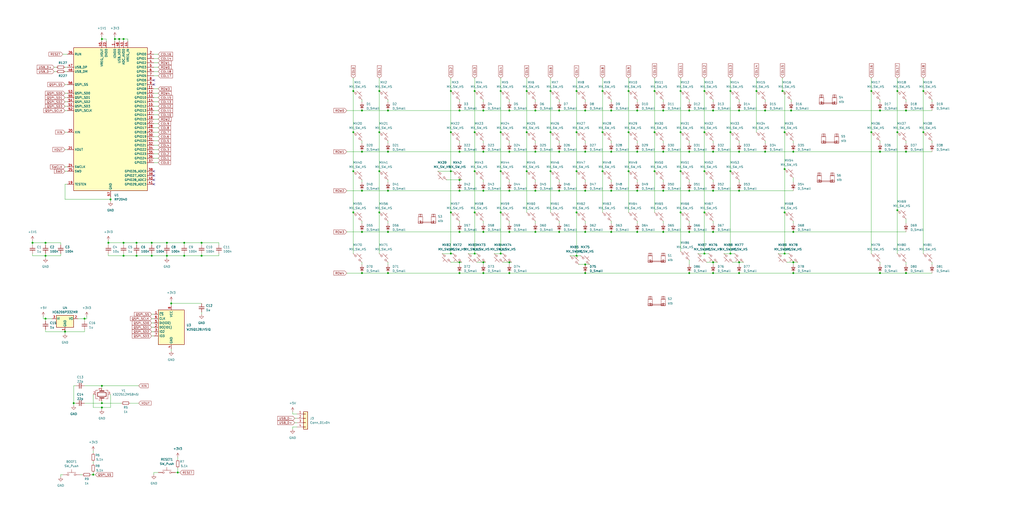
<source format=kicad_sch>
(kicad_sch (version 20230121) (generator eeschema)
  (paper "User" 599.999 299.999)
  (lib_symbols
    (symbol "Connector_Generic:Conn_01x04" (pin_names (offset 1.016) hide)
      (property "Reference" "J" (at 0 5.08 0))
      (property "Value" "Conn_01x04" (at 0 -7.62 0))
      (symbol "Conn_01x04_1_1"
        (pin passive line (at -5.08 2.54 0) (length 3.81) (name "Pin_1") (number "1"))
        (pin passive line (at -5.08 0 0) (length 3.81) (name "Pin_2") (number "2"))
        (pin passive line (at -5.08 -2.54 0) (length 3.81) (name "Pin_3") (number "3"))
        (pin passive line (at -5.08 -5.08 0) (length 3.81) (name "Pin_4") (number "4"))
      )
    )
    (symbol "Device:C_Small" (pin_numbers hide) (pin_names (offset 0.254) hide)
      (property "Reference" "C" (at 0.254 1.778 0))
      (property "Value" "C_Small" (at 0.254 -2.032 0))
      (symbol "C_Small_1_1"
        (pin passive line (at 0 2.54 270) (length 2.032) (name "~") (number "1"))
        (pin passive line (at 0 -2.54 90) (length 2.032) (name "~") (number "2"))
      )
    )
    (symbol "Device:Crystal_GND24" (pin_names (offset 1.016) hide)
      (property "Reference" "Y" (at 3.175 5.08 0))
      (property "Value" "Crystal_GND24" (at 3.175 3.175 0))
      (symbol "Crystal_GND24_1_1"
        (pin passive line (at -3.81 0 0) (length 1.27) (name "1") (number "1"))
        (pin passive line (at 0 5.08 270) (length 1.27) (name "2") (number "2"))
        (pin passive line (at 3.81 0 180) (length 1.27) (name "3") (number "3"))
        (pin passive line (at 0 -5.08 90) (length 1.27) (name "4") (number "4"))
      )
    )
    (symbol "Device:D_Small" (pin_numbers hide) (pin_names (offset 0.254) hide)
      (property "Reference" "D" (at -1.27 2.032 0))
      (property "Value" "D_Small" (at -3.81 -2.032 0))
      (symbol "D_Small_1_1"
        (pin passive line (at -2.54 0 0) (length 1.778) (name "K") (number "1"))
        (pin passive line (at 2.54 0 180) (length 1.778) (name "A") (number "2"))
      )
    )
    (symbol "Device:R_Small" (pin_numbers hide) (pin_names (offset 0.254) hide)
      (property "Reference" "R" (at 0.762 0.508 0))
      (property "Value" "R_Small" (at 0.762 -1.016 0))
      (symbol "R_Small_1_1"
        (pin passive line (at 0 2.54 270) (length 0.762) (name "~") (number "1"))
        (pin passive line (at 0 -2.54 90) (length 0.762) (name "~") (number "2"))
      )
    )
    (symbol "MCU_RaspberryPi:RP2040"
      (property "Reference" "U" (at 17.78 45.72 0))
      (property "Value" "RP2040" (at 17.78 43.18 0))
      (symbol "RP2040_1_1"
        (pin power_in line (at 2.54 45.72 270) (length 3.81) (name "IOVDD") (number "1"))
        (pin passive line (at 2.54 45.72 270) (length 3.81) hide (name "IOVDD") (number "10"))
        (pin bidirectional line (at 25.4 17.78 180) (length 3.81) (name "GPIO8") (number "11"))
        (pin bidirectional line (at 25.4 15.24 180) (length 3.81) (name "GPIO9") (number "12"))
        (pin bidirectional line (at 25.4 12.7 180) (length 3.81) (name "GPIO10") (number "13"))
        (pin bidirectional line (at 25.4 10.16 180) (length 3.81) (name "GPIO11") (number "14"))
        (pin bidirectional line (at 25.4 7.62 180) (length 3.81) (name "GPIO12") (number "15"))
        (pin bidirectional line (at 25.4 5.08 180) (length 3.81) (name "GPIO13") (number "16"))
        (pin bidirectional line (at 25.4 2.54 180) (length 3.81) (name "GPIO14") (number "17"))
        (pin bidirectional line (at 25.4 0 180) (length 3.81) (name "GPIO15") (number "18"))
        (pin input line (at -25.4 -38.1 0) (length 3.81) (name "TESTEN") (number "19"))
        (pin bidirectional line (at 25.4 38.1 180) (length 3.81) (name "GPIO0") (number "2"))
        (pin input line (at -25.4 -7.62 0) (length 3.81) (name "XIN") (number "20"))
        (pin passive line (at -25.4 -17.78 0) (length 3.81) (name "XOUT") (number "21"))
        (pin passive line (at 2.54 45.72 270) (length 3.81) hide (name "IOVDD") (number "22"))
        (pin power_in line (at -2.54 45.72 270) (length 3.81) (name "DVDD") (number "23"))
        (pin input line (at -25.4 -27.94 0) (length 3.81) (name "SWCLK") (number "24"))
        (pin bidirectional line (at -25.4 -30.48 0) (length 3.81) (name "SWD") (number "25"))
        (pin input line (at -25.4 38.1 0) (length 3.81) (name "RUN") (number "26"))
        (pin bidirectional line (at 25.4 -2.54 180) (length 3.81) (name "GPIO16") (number "27"))
        (pin bidirectional line (at 25.4 -5.08 180) (length 3.81) (name "GPIO17") (number "28"))
        (pin bidirectional line (at 25.4 -7.62 180) (length 3.81) (name "GPIO18") (number "29"))
        (pin bidirectional line (at 25.4 35.56 180) (length 3.81) (name "GPIO1") (number "3"))
        (pin bidirectional line (at 25.4 -10.16 180) (length 3.81) (name "GPIO19") (number "30"))
        (pin bidirectional line (at 25.4 -12.7 180) (length 3.81) (name "GPIO20") (number "31"))
        (pin bidirectional line (at 25.4 -15.24 180) (length 3.81) (name "GPIO21") (number "32"))
        (pin passive line (at 2.54 45.72 270) (length 3.81) hide (name "IOVDD") (number "33"))
        (pin bidirectional line (at 25.4 -17.78 180) (length 3.81) (name "GPIO22") (number "34"))
        (pin bidirectional line (at 25.4 -20.32 180) (length 3.81) (name "GPIO23") (number "35"))
        (pin bidirectional line (at 25.4 -22.86 180) (length 3.81) (name "GPIO24") (number "36"))
        (pin bidirectional line (at 25.4 -25.4 180) (length 3.81) (name "GPIO25") (number "37"))
        (pin bidirectional line (at 25.4 -30.48 180) (length 3.81) (name "GPIO26_ADC0") (number "38"))
        (pin bidirectional line (at 25.4 -33.02 180) (length 3.81) (name "GPIO27_ADC1") (number "39"))
        (pin bidirectional line (at 25.4 33.02 180) (length 3.81) (name "GPIO2") (number "4"))
        (pin bidirectional line (at 25.4 -35.56 180) (length 3.81) (name "GPIO28_ADC2") (number "40"))
        (pin bidirectional line (at 25.4 -38.1 180) (length 3.81) (name "GPIO29_ADC3") (number "41"))
        (pin passive line (at 2.54 45.72 270) (length 3.81) hide (name "IOVDD") (number "42"))
        (pin power_in line (at 7.62 45.72 270) (length 3.81) (name "ADC_AVDD") (number "43"))
        (pin power_in line (at 10.16 45.72 270) (length 3.81) (name "VREG_IN") (number "44"))
        (pin power_out line (at -5.08 45.72 270) (length 3.81) (name "VREG_VOUT") (number "45"))
        (pin bidirectional line (at -25.4 27.94 0) (length 3.81) (name "USB_DM") (number "46"))
        (pin bidirectional line (at -25.4 30.48 0) (length 3.81) (name "USB_DP") (number "47"))
        (pin power_in line (at 5.08 45.72 270) (length 3.81) (name "USB_VDD") (number "48"))
        (pin passive line (at 2.54 45.72 270) (length 3.81) hide (name "IOVDD") (number "49"))
        (pin bidirectional line (at 25.4 30.48 180) (length 3.81) (name "GPIO3") (number "5"))
        (pin passive line (at -2.54 45.72 270) (length 3.81) hide (name "DVDD") (number "50"))
        (pin bidirectional line (at -25.4 7.62 0) (length 3.81) (name "QSPI_SD3") (number "51"))
        (pin output line (at -25.4 5.08 0) (length 3.81) (name "QSPI_SCLK") (number "52"))
        (pin bidirectional line (at -25.4 15.24 0) (length 3.81) (name "QSPI_SD0") (number "53"))
        (pin bidirectional line (at -25.4 10.16 0) (length 3.81) (name "QSPI_SD2") (number "54"))
        (pin bidirectional line (at -25.4 12.7 0) (length 3.81) (name "QSPI_SD1") (number "55"))
        (pin bidirectional line (at -25.4 20.32 0) (length 3.81) (name "QSPI_SS") (number "56"))
        (pin power_in line (at 0 -45.72 90) (length 3.81) (name "GND") (number "57"))
        (pin bidirectional line (at 25.4 27.94 180) (length 3.81) (name "GPIO4") (number "6"))
        (pin bidirectional line (at 25.4 25.4 180) (length 3.81) (name "GPIO5") (number "7"))
        (pin bidirectional line (at 25.4 22.86 180) (length 3.81) (name "GPIO6") (number "8"))
        (pin bidirectional line (at 25.4 20.32 180) (length 3.81) (name "GPIO7") (number "9"))
      )
    )
    (symbol "Memory_Flash:W25Q128JVS"
      (property "Reference" "U" (at -8.89 8.89 0))
      (property "Value" "W25Q128JVS" (at 7.62 8.89 0))
      (symbol "W25Q128JVS_1_1"
        (pin input line (at -10.16 7.62 0) (length 2.54) (name "~{CS}") (number "1"))
        (pin bidirectional line (at -10.16 0 0) (length 2.54) (name "DO(IO1)") (number "2"))
        (pin bidirectional line (at -10.16 -2.54 0) (length 2.54) (name "IO2") (number "3"))
        (pin power_in line (at 0 -12.7 90) (length 2.54) (name "GND") (number "4"))
        (pin bidirectional line (at -10.16 2.54 0) (length 2.54) (name "DI(IO0)") (number "5"))
        (pin input line (at -10.16 5.08 0) (length 2.54) (name "CLK") (number "6"))
        (pin bidirectional line (at -10.16 -5.08 0) (length 2.54) (name "IO3") (number "7"))
        (pin power_in line (at 0 12.7 270) (length 2.54) (name "VCC") (number "8"))
      )
    )
    (symbol "PCM_marbastlib-mx:MX_SW_HS" (pin_numbers hide) (pin_names (offset 1.016) hide)
      (property "Reference" "MX" (at 3.048 1.016 0))
      (property "Value" "MX_SW_HS" (at 0 -3.81 0))
      (symbol "MX_SW_HS_0_1"
        (pin passive line (at -2.54 2.54 0) (length 0) (name "1") (number "1"))
        (pin passive line (at 2.54 -2.54 180) (length 0) (name "2") (number "2"))
      )
    )
    (symbol "PCM_marbastlib-mx:MX_stab" (pin_names (offset 1.016))
      (property "Reference" "S" (at -5.08 6.35 0))
      (property "Value" "MX_stab" (at -5.08 3.81 0))
    )
    (symbol "Regulator_Linear:XC6206PxxxMR" (pin_names (offset 0.254))
      (property "Reference" "U" (at -3.81 3.175 0))
      (property "Value" "XC6206PxxxMR" (at 0 3.175 0))
      (symbol "XC6206PxxxMR_1_1"
        (pin power_in line (at 0 -7.62 90) (length 2.54) (name "GND") (number "1"))
        (pin power_out line (at 7.62 0 180) (length 2.54) (name "VO") (number "2"))
        (pin power_in line (at -7.62 0 0) (length 2.54) (name "VI") (number "3"))
      )
    )
    (symbol "Switch:SW_Push" (pin_numbers hide) (pin_names (offset 1.016) hide)
      (property "Reference" "SW" (at 1.27 2.54 0))
      (property "Value" "SW_Push" (at 0 -1.524 0))
      (symbol "SW_Push_0_1"
        (pin passive line (at -5.08 0 0) (length 2.54) (name "1") (number "1"))
        (pin passive line (at 5.08 0 180) (length 2.54) (name "2") (number "2"))
      )
    )
    (symbol "power:+1V1" (power) (pin_names (offset 0))
      (property "Value" "+1V1" (at 0 3.556 0))
      (symbol "+1V1_1_1"
        (pin power_in line (at 0 0 90) (length 0) hide (name "+1V1") (number "1"))
      )
    )
    (symbol "power:+3V3" (power) (pin_names (offset 0))
      (property "Value" "+3V3" (at 0 3.556 0))
      (symbol "+3V3_1_1"
        (pin power_in line (at 0 0 90) (length 0) hide (name "+3V3") (number "1"))
      )
    )
    (symbol "power:+5V" (power) (pin_names (offset 0))
      (property "Value" "+5V" (at 0 3.556 0))
      (symbol "+5V_1_1"
        (pin power_in line (at 0 0 90) (length 0) hide (name "+5V") (number "1"))
      )
    )
    (symbol "power:GND" (power) (pin_names (offset 0))
      (property "Value" "GND" (at 0 -3.81 0))
      (symbol "GND_1_1"
        (pin power_in line (at 0 0 270) (length 0) hide (name "GND") (number "1"))
      )
    )
  )
  (junction (at 515.62 64.77))
  (junction (at 227.33 135.89))
  (junction (at 327.66 88.9))
  (junction (at 212.09 64.77))
  (junction (at 227.33 111.76))
  (junction (at 358.14 64.77))
  (junction (at 283.21 135.89))
  (junction (at 388.62 64.77))
  (junction (at 26.67 149.86))
  (junction (at 417.83 111.76))
  (junction (at 373.38 64.77))
  (junction (at 308.61 77.47))
  (junction (at 283.21 160.02))
  (junction (at 458.47 53.34))
  (junction (at 530.86 88.9))
  (junction (at 433.07 153.67))
  (junction (at 80.01 149.86))
  (junction (at 368.3 77.47))
  (junction (at 337.82 53.34))
  (junction (at 88.9 149.86))
  (junction (at 269.24 160.02))
  (junction (at 298.45 160.02))
  (junction (at 368.3 100.33))
  (junction (at 283.21 88.9))
  (junction (at 342.9 160.02))
  (junction (at 59.69 22.86))
  (junction (at 530.86 64.77))
  (junction (at 459.74 77.47))
  (junction (at 222.25 53.34))
  (junction (at 264.16 100.33))
  (junction (at 207.01 124.46))
  (junction (at 417.83 153.67))
  (junction (at 104.14 276.86))
  (junction (at 54.61 278.13))
  (junction (at 448.31 88.9))
  (junction (at 417.83 88.9))
  (junction (at 383.54 100.33))
  (junction (at 337.82 124.46))
  (junction (at 342.9 64.77))
  (junction (at 337.82 149.86))
  (junction (at 88.9 142.24))
  (junction (at 80.01 142.24))
  (junction (at 264.16 53.34))
  (junction (at 368.3 53.34))
  (junction (at 388.62 88.9))
  (junction (at 358.14 135.89))
  (junction (at 353.06 77.47))
  (junction (at 293.37 148.59))
  (junction (at 541.02 77.47))
  (junction (at 515.62 88.9))
  (junction (at 227.33 88.9))
  (junction (at 353.06 100.33))
  (junction (at 525.78 77.47))
  (junction (at 459.74 148.59))
  (junction (at 313.69 88.9))
  (junction (at 403.86 64.77))
  (junction (at 525.78 53.34))
  (junction (at 358.14 111.76))
  (junction (at 403.86 135.89))
  (junction (at 278.13 148.59))
  (junction (at 403.86 88.9))
  (junction (at 403.86 111.76))
  (junction (at 342.9 111.76))
  (junction (at 97.79 142.24))
  (junction (at 38.1 194.31))
  (junction (at 388.62 135.89))
  (junction (at 100.33 177.8))
  (junction (at 63.5 142.24))
  (junction (at 64.77 116.84))
  (junction (at 412.75 148.59))
  (junction (at 510.54 77.47))
  (junction (at 337.82 100.33))
  (junction (at 464.82 153.67))
  (junction (at 412.75 100.33))
  (junction (at 222.25 100.33))
  (junction (at 308.61 53.34))
  (junction (at 298.45 88.9))
  (junction (at 278.13 53.34))
  (junction (at 293.37 124.46))
  (junction (at 269.24 135.89))
  (junction (at 212.09 160.02))
  (junction (at 327.66 64.77))
  (junction (at 278.13 124.46))
  (junction (at 269.24 88.9))
  (junction (at 373.38 135.89))
  (junction (at 417.83 160.02))
  (junction (at 525.78 123.19))
  (junction (at 97.79 149.86))
  (junction (at 49.53 186.69))
  (junction (at 26.67 142.24))
  (junction (at 107.95 149.86))
  (junction (at 464.82 88.9))
  (junction (at 264.16 148.59))
  (junction (at 269.24 64.77))
  (junction (at 227.33 64.77))
  (junction (at 269.24 111.76))
  (junction (at 327.66 111.76))
  (junction (at 69.85 22.86))
  (junction (at 342.9 154.94))
  (junction (at 433.07 88.9))
  (junction (at 433.07 64.77))
  (junction (at 269.24 105.41))
  (junction (at 313.69 64.77))
  (junction (at 427.99 53.34))
  (junction (at 293.37 100.33))
  (junction (at 67.31 22.86))
  (junction (at 398.78 100.33))
  (junction (at 283.21 64.77))
  (junction (at 212.09 135.89))
  (junction (at 448.31 64.77))
  (junction (at 327.66 135.89))
  (junction (at 264.16 77.47))
  (junction (at 398.78 53.34))
  (junction (at 342.9 88.9))
  (junction (at 403.86 160.02))
  (junction (at 118.11 149.86))
  (junction (at 322.58 100.33))
  (junction (at 358.14 88.9))
  (junction (at 322.58 53.34))
  (junction (at 298.45 64.77))
  (junction (at 278.13 100.33))
  (junction (at 207.01 100.33))
  (junction (at 269.24 153.67))
  (junction (at 298.45 153.67))
  (junction (at 212.09 88.9))
  (junction (at 510.54 53.34))
  (junction (at 278.13 77.47))
  (junction (at 383.54 53.34))
  (junction (at 398.78 77.47))
  (junction (at 417.83 135.89))
  (junction (at 388.62 111.76))
  (junction (at 207.01 53.34))
  (junction (at 353.06 53.34))
  (junction (at 293.37 77.47))
  (junction (at 107.95 142.24))
  (junction (at 72.39 142.24))
  (junction (at 59.69 226.06))
  (junction (at 412.75 124.46))
  (junction (at 398.78 124.46))
  (junction (at 19.05 142.24))
  (junction (at 298.45 135.89))
  (junction (at 298.45 111.76))
  (junction (at 308.61 100.33))
  (junction (at 313.69 111.76))
  (junction (at 283.21 153.67))
  (junction (at 373.38 88.9))
  (junction (at 283.21 111.76))
  (junction (at 515.62 160.02))
  (junction (at 264.16 124.46))
  (junction (at 433.07 160.02))
  (junction (at 427.99 77.47))
  (junction (at 212.09 111.76))
  (junction (at 459.74 99.06))
  (junction (at 342.9 135.89))
  (junction (at 313.69 135.89))
  (junction (at 227.33 160.02))
  (junction (at 118.11 142.24))
  (junction (at 337.82 77.47))
  (junction (at 443.23 53.34))
  (junction (at 59.69 238.76))
  (junction (at 293.37 53.34))
  (junction (at 72.39 22.86))
  (junction (at 207.01 77.47))
  (junction (at 383.54 77.47))
  (junction (at 459.74 124.46))
  (junction (at 541.02 53.34))
  (junction (at 433.07 111.76))
  (junction (at 373.38 111.76))
  (junction (at 412.75 77.47))
  (junction (at 222.25 124.46))
  (junction (at 427.99 100.33))
  (junction (at 412.75 53.34))
  (junction (at 530.86 160.02))
  (junction (at 43.18 236.22))
  (junction (at 59.69 236.22))
  (junction (at 463.55 64.77))
  (junction (at 427.99 148.59))
  (junction (at 72.39 149.86))
  (junction (at 417.83 64.77))
  (junction (at 26.67 186.69))
  (junction (at 322.58 77.47))
  (junction (at 464.82 160.02))
  (junction (at 464.82 135.89))
  (junction (at 222.25 77.47))
  (no_connect (at 90.17 102.87))
  (no_connect (at 90.17 105.41))
  (no_connect (at 90.17 49.53))
  (no_connect (at 90.17 107.95))
  (no_connect (at 90.17 46.99))
  (no_connect (at 90.17 100.33))
  (wire (pts (xy 227.33 58.42) (xy 227.33 59.69)))
  (wire (pts (xy 72.39 142.24) (xy 80.01 142.24)))
  (wire (pts (xy 26.67 148.59) (xy 26.67 149.86)))
  (wire (pts (xy 269.24 135.89) (xy 283.21 135.89)))
  (wire (pts (xy 222.25 53.34) (xy 222.25 77.47)))
  (wire (pts (xy 308.61 77.47) (xy 308.61 100.33)))
  (wire (pts (xy 26.67 186.69) (xy 30.48 186.69)))
  (wire (pts (xy 373.38 82.55) (xy 373.38 83.82)))
  (wire (pts (xy 427.99 45.72) (xy 427.99 53.34)))
  (wire (pts (xy 59.69 240.03) (xy 59.69 238.76)))
  (wire (pts (xy 207.01 124.46) (xy 207.01 148.59)))
  (wire (pts (xy 92.71 39.37) (xy 90.17 39.37)))
  (wire (pts (xy 388.62 88.9) (xy 403.86 88.9)))
  (wire (pts (xy 92.71 44.45) (xy 90.17 44.45)))
  (wire (pts (xy 265.43 148.59) (xy 264.16 148.59)))
  (wire (pts (xy 464.82 129.54) (xy 464.82 130.81)))
  (wire (pts (xy 69.85 22.86) (xy 69.85 24.13)))
  (wire (pts (xy 298.45 58.42) (xy 298.45 59.69)))
  (wire (pts (xy 264.16 100.33) (xy 264.16 124.46)))
  (wire (pts (xy 283.21 105.41) (xy 283.21 106.68)))
  (wire (pts (xy 264.16 53.34) (xy 264.16 77.47)))
  (wire (pts (xy 63.5 143.51) (xy 63.5 142.24)))
  (wire (pts (xy 38.1 116.84) (xy 64.77 116.84)))
  (wire (pts (xy 448.31 82.55) (xy 448.31 83.82)))
  (wire (pts (xy 104.14 274.32) (xy 104.14 276.86)))
  (wire (pts (xy 433.07 111.76) (xy 464.82 111.76)))
  (wire (pts (xy 294.64 153.67) (xy 298.45 153.67)))
  (wire (pts (xy 88.9 194.31) (xy 90.17 194.31)))
  (wire (pts (xy 403.86 82.55) (xy 403.86 83.82)))
  (wire (pts (xy 222.25 45.72) (xy 222.25 53.34)))
  (wire (pts (xy 417.83 153.67) (xy 417.83 154.94)))
  (wire (pts (xy 464.82 160.02) (xy 515.62 160.02)))
  (wire (pts (xy 373.38 58.42) (xy 373.38 59.69)))
  (wire (pts (xy 31.75 39.37) (xy 33.02 39.37)))
  (wire (pts (xy 373.38 135.89) (xy 388.62 135.89)))
  (wire (pts (xy 212.09 135.89) (xy 227.33 135.89)))
  (wire (pts (xy 212.09 111.76) (xy 227.33 111.76)))
  (wire (pts (xy 345.44 154.94) (xy 342.9 154.94)))
  (wire (pts (xy 334.01 149.86) (xy 337.82 149.86)))
  (wire (pts (xy 298.45 153.67) (xy 298.45 154.94)))
  (wire (pts (xy 38.1 41.91) (xy 39.37 41.91)))
  (wire (pts (xy 38.1 194.31) (xy 49.53 194.31)))
  (wire (pts (xy 420.37 153.67) (xy 417.83 153.67)))
  (wire (pts (xy 54.61 264.16) (xy 54.61 265.43)))
  (wire (pts (xy 203.2 88.9) (xy 212.09 88.9)))
  (wire (pts (xy 327.66 64.77) (xy 342.9 64.77)))
  (wire (pts (xy 38.1 87.63) (xy 39.37 87.63)))
  (wire (pts (xy 227.33 82.55) (xy 227.33 83.82)))
  (wire (pts (xy 269.24 106.68) (xy 269.24 105.41)))
  (wire (pts (xy 92.71 85.09) (xy 90.17 85.09)))
  (wire (pts (xy 388.62 129.54) (xy 388.62 130.81)))
  (wire (pts (xy 26.67 194.31) (xy 38.1 194.31)))
  (wire (pts (xy 264.16 45.72) (xy 264.16 53.34)))
  (wire (pts (xy 459.74 148.59) (xy 462.28 148.59)))
  (wire (pts (xy 368.3 53.34) (xy 368.3 77.47)))
  (wire (pts (xy 530.86 153.67) (xy 530.86 154.94)))
  (wire (pts (xy 54.61 231.14) (xy 54.61 238.76)))
  (wire (pts (xy 92.71 36.83) (xy 90.17 36.83)))
  (wire (pts (xy 128.27 142.24) (xy 118.11 142.24)))
  (wire (pts (xy 212.09 153.67) (xy 212.09 154.94)))
  (wire (pts (xy 515.62 64.77) (xy 530.86 64.77)))
  (wire (pts (xy 92.71 64.77) (xy 90.17 64.77)))
  (wire (pts (xy 38.1 100.33) (xy 39.37 100.33)))
  (wire (pts (xy 283.21 64.77) (xy 298.45 64.77)))
  (wire (pts (xy 467.36 153.67) (xy 464.82 153.67)))
  (wire (pts (xy 270.51 105.41) (xy 269.24 105.41)))
  (wire (pts (xy 92.71 59.69) (xy 90.17 59.69)))
  (wire (pts (xy 107.95 149.86) (xy 97.79 149.86)))
  (wire (pts (xy 403.86 88.9) (xy 417.83 88.9)))
  (wire (pts (xy 269.24 64.77) (xy 283.21 64.77)))
  (wire (pts (xy 383.54 77.47) (xy 383.54 100.33)))
  (wire (pts (xy 298.45 88.9) (xy 313.69 88.9)))
  (wire (pts (xy 541.02 45.72) (xy 541.02 53.34)))
  (wire (pts (xy 283.21 160.02) (xy 298.45 160.02)))
  (wire (pts (xy 459.74 53.34) (xy 458.47 53.34)))
  (wire (pts (xy 358.14 105.41) (xy 358.14 106.68)))
  (wire (pts (xy 49.53 186.69) (xy 49.53 187.96)))
  (wire (pts (xy 458.47 45.72) (xy 458.47 53.34)))
  (wire (pts (xy 227.33 111.76) (xy 269.24 111.76)))
  (wire (pts (xy 88.9 184.15) (xy 90.17 184.15)))
  (wire (pts (xy 264.16 77.47) (xy 264.16 100.33)))
  (wire (pts (xy 283.21 130.81) (xy 283.21 129.54)))
  (wire (pts (xy 227.33 135.89) (xy 269.24 135.89)))
  (wire (pts (xy 207.01 45.72) (xy 207.01 53.34)))
  (wire (pts (xy 358.14 64.77) (xy 373.38 64.77)))
  (wire (pts (xy 455.93 148.59) (xy 459.74 148.59)))
  (wire (pts (xy 427.99 148.59) (xy 430.53 148.59)))
  (wire (pts (xy 398.78 45.72) (xy 398.78 53.34)))
  (wire (pts (xy 424.18 148.59) (xy 427.99 148.59)))
  (wire (pts (xy 443.23 45.72) (xy 443.23 53.34)))
  (wire (pts (xy 88.9 186.69) (xy 90.17 186.69)))
  (wire (pts (xy 342.9 58.42) (xy 342.9 59.69)))
  (wire (pts (xy 353.06 45.72) (xy 353.06 53.34)))
  (wire (pts (xy 368.3 77.47) (xy 368.3 100.33)))
  (wire (pts (xy 342.9 105.41) (xy 342.9 106.68)))
  (wire (pts (xy 278.13 77.47) (xy 278.13 100.33)))
  (wire (pts (xy 459.74 124.46) (xy 459.74 99.06)))
  (wire (pts (xy 298.45 64.77) (xy 313.69 64.77)))
  (wire (pts (xy 261.62 105.41) (xy 269.24 105.41)))
  (wire (pts (xy 92.71 92.71) (xy 90.17 92.71)))
  (wire (pts (xy 54.61 276.86) (xy 54.61 278.13)))
  (wire (pts (xy 373.38 105.41) (xy 373.38 106.68)))
  (wire (pts (xy 274.32 148.59) (xy 278.13 148.59)))
  (wire (pts (xy 373.38 111.76) (xy 388.62 111.76)))
  (wire (pts (xy 227.33 64.77) (xy 269.24 64.77)))
  (wire (pts (xy 92.71 62.23) (xy 90.17 62.23)))
  (wire (pts (xy 92.71 52.07) (xy 90.17 52.07)))
  (wire (pts (xy 342.9 64.77) (xy 358.14 64.77)))
  (wire (pts (xy 278.13 53.34) (xy 278.13 77.47)))
  (wire (pts (xy 25.4 186.69) (xy 26.67 186.69)))
  (wire (pts (xy 118.11 142.24) (xy 118.11 143.51)))
  (wire (pts (xy 322.58 45.72) (xy 322.58 53.34)))
  (wire (pts (xy 464.82 88.9) (xy 515.62 88.9)))
  (wire (pts (xy 429.26 153.67) (xy 433.07 153.67)))
  (wire (pts (xy 63.5 142.24) (xy 72.39 142.24)))
  (wire (pts (xy 427.99 148.59) (xy 427.99 100.33)))
  (wire (pts (xy 92.71 34.29) (xy 90.17 34.29)))
  (wire (pts (xy 427.99 100.33) (xy 427.99 77.47)))
  (wire (pts (xy 284.48 153.67) (xy 283.21 153.67)))
  (wire (pts (xy 104.14 267.97) (xy 104.14 269.24)))
  (wire (pts (xy 212.09 105.41) (xy 212.09 106.68)))
  (wire (pts (xy 293.37 100.33) (xy 293.37 124.46)))
  (wire (pts (xy 459.74 77.47) (xy 459.74 53.34)))
  (wire (pts (xy 35.56 149.86) (xy 26.67 149.86)))
  (wire (pts (xy 353.06 100.33) (xy 353.06 124.46)))
  (wire (pts (xy 265.43 100.33) (xy 264.16 100.33)))
  (wire (pts (xy 368.3 100.33) (xy 368.3 124.46)))
  (wire (pts (xy 398.78 77.47) (xy 398.78 53.34)))
  (wire (pts (xy 293.37 77.47) (xy 293.37 100.33)))
  (wire (pts (xy 63.5 148.59) (xy 63.5 149.86)))
  (wire (pts (xy 222.25 100.33) (xy 222.25 124.46)))
  (wire (pts (xy 313.69 58.42) (xy 313.69 59.69)))
  (wire (pts (xy 31.75 41.91) (xy 33.02 41.91)))
  (wire (pts (xy 515.62 160.02) (xy 530.86 160.02)))
  (wire (pts (xy 293.37 53.34) (xy 293.37 77.47)))
  (wire (pts (xy 368.3 45.72) (xy 368.3 53.34)))
  (wire (pts (xy 358.14 88.9) (xy 373.38 88.9)))
  (wire (pts (xy 212.09 129.54) (xy 212.09 130.81)))
  (wire (pts (xy 294.64 148.59) (xy 293.37 148.59)))
  (wire (pts (xy 54.61 238.76) (xy 59.69 238.76)))
  (wire (pts (xy 36.83 278.13) (xy 35.56 278.13)))
  (wire (pts (xy 92.71 276.86) (xy 90.17 276.86)))
  (wire (pts (xy 203.2 111.76) (xy 212.09 111.76)))
  (wire (pts (xy 298.45 105.41) (xy 298.45 106.68)))
  (wire (pts (xy 100.33 204.47) (xy 100.33 205.74)))
  (wire (pts (xy 49.53 236.22) (xy 59.69 236.22)))
  (wire (pts (xy 448.31 88.9) (xy 464.82 88.9)))
  (wire (pts (xy 433.07 82.55) (xy 433.07 83.82)))
  (wire (pts (xy 269.24 58.42) (xy 269.24 59.69)))
  (wire (pts (xy 448.31 58.42) (xy 448.31 59.69)))
  (wire (pts (xy 337.82 149.86) (xy 340.36 149.86)))
  (wire (pts (xy 337.82 124.46) (xy 337.82 149.86)))
  (wire (pts (xy 26.67 186.69) (xy 26.67 187.96)))
  (wire (pts (xy 403.86 105.41) (xy 403.86 106.68)))
  (wire (pts (xy 92.71 90.17) (xy 90.17 90.17)))
  (wire (pts (xy 269.24 88.9) (xy 283.21 88.9)))
  (wire (pts (xy 358.14 82.55) (xy 358.14 83.82)))
  (wire (pts (xy 358.14 135.89) (xy 373.38 135.89)))
  (wire (pts (xy 388.62 105.41) (xy 388.62 106.68)))
  (wire (pts (xy 412.75 124.46) (xy 412.75 148.59)))
  (wire (pts (xy 74.93 24.13) (xy 74.93 22.86)))
  (wire (pts (xy 412.75 53.34) (xy 412.75 77.47)))
  (wire (pts (xy 373.38 88.9) (xy 388.62 88.9)))
  (wire (pts (xy 417.83 129.54) (xy 417.83 130.81)))
  (wire (pts (xy 19.05 142.24) (xy 26.67 142.24)))
  (wire (pts (xy 515.62 58.42) (xy 515.62 59.69)))
  (wire (pts (xy 107.95 142.24) (xy 97.79 142.24)))
  (wire (pts (xy 92.71 72.39) (xy 90.17 72.39)))
  (wire (pts (xy 38.1 107.95) (xy 38.1 116.84)))
  (wire (pts (xy 59.69 21.59) (xy 59.69 22.86)))
  (wire (pts (xy 67.31 21.59) (xy 67.31 22.86)))
  (wire (pts (xy 417.83 135.89) (xy 464.82 135.89)))
  (wire (pts (xy 88.9 143.51) (xy 88.9 142.24)))
  (wire (pts (xy 92.71 80.01) (xy 90.17 80.01)))
  (wire (pts (xy 283.21 135.89) (xy 298.45 135.89)))
  (wire (pts (xy 118.11 182.88) (xy 118.11 184.15)))
  (wire (pts (xy 448.31 64.77) (xy 463.55 64.77)))
  (wire (pts (xy 530.86 58.42) (xy 530.86 59.69)))
  (wire (pts (xy 388.62 58.42) (xy 388.62 59.69)))
  (wire (pts (xy 530.86 82.55) (xy 530.86 83.82)))
  (wire (pts (xy 435.61 153.67) (xy 433.07 153.67)))
  (wire (pts (xy 308.61 45.72) (xy 308.61 53.34)))
  (wire (pts (xy 227.33 88.9) (xy 269.24 88.9)))
  (wire (pts (xy 59.69 226.06) (xy 81.28 226.06)))
  (wire (pts (xy 100.33 176.53) (xy 100.33 177.8)))
  (wire (pts (xy 342.9 129.54) (xy 342.9 130.81)))
  (wire (pts (xy 92.71 87.63) (xy 90.17 87.63)))
  (wire (pts (xy 38.1 62.23) (xy 39.37 62.23)))
  (wire (pts (xy 88.9 149.86) (xy 97.79 149.86)))
  (wire (pts (xy 35.56 143.51) (xy 35.56 142.24)))
  (wire (pts (xy 118.11 142.24) (xy 107.95 142.24)))
  (wire (pts (xy 433.07 64.77) (xy 448.31 64.77)))
  (wire (pts (xy 417.83 105.41) (xy 417.83 106.68)))
  (wire (pts (xy 49.53 226.06) (xy 59.69 226.06)))
  (wire (pts (xy 92.71 74.93) (xy 90.17 74.93)))
  (wire (pts (xy 337.82 53.34) (xy 337.82 77.47)))
  (wire (pts (xy 525.78 123.19) (xy 525.78 77.47)))
  (wire (pts (xy 100.33 177.8) (xy 118.11 177.8)))
  (wire (pts (xy 92.71 95.25) (xy 90.17 95.25)))
  (wire (pts (xy 541.02 77.47) (xy 541.02 148.59)))
  (wire (pts (xy 128.27 143.51) (xy 128.27 142.24)))
  (wire (pts (xy 373.38 64.77) (xy 388.62 64.77)))
  (wire (pts (xy 54.61 278.13) (xy 55.88 278.13)))
  (wire (pts (xy 104.14 276.86) (xy 102.87 276.86)))
  (wire (pts (xy 35.56 278.13) (xy 35.56 279.4)))
  (wire (pts (xy 72.39 142.24) (xy 72.39 143.51)))
  (wire (pts (xy 100.33 177.8) (xy 100.33 179.07)))
  (wire (pts (xy 270.51 153.67) (xy 269.24 153.67)))
  (wire (pts (xy 412.75 100.33) (xy 412.75 124.46)))
  (wire (pts (xy 313.69 111.76) (xy 327.66 111.76)))
  (wire (pts (xy 459.74 148.59) (xy 459.74 124.46)))
  (wire (pts (xy 38.1 97.79) (xy 39.37 97.79)))
  (wire (pts (xy 72.39 149.86) (xy 72.39 148.59)))
  (wire (pts (xy 212.09 58.42) (xy 212.09 59.69)))
  (wire (pts (xy 212.09 82.55) (xy 212.09 83.82)))
  (wire (pts (xy 298.45 129.54) (xy 298.45 130.81)))
  (wire (pts (xy 298.45 111.76) (xy 313.69 111.76)))
  (wire (pts (xy 63.5 149.86) (xy 72.39 149.86)))
  (wire (pts (xy 38.1 39.37) (xy 39.37 39.37)))
  (wire (pts (xy 203.2 135.89) (xy 212.09 135.89)))
  (wire (pts (xy 464.82 104.14) (xy 464.82 106.68)))
  (wire (pts (xy 54.61 271.78) (xy 54.61 270.51)))
  (wire (pts (xy 64.77 116.84) (xy 64.77 115.57)))
  (wire (pts (xy 269.24 153.67) (xy 269.24 154.94)))
  (wire (pts (xy 80.01 143.51) (xy 80.01 142.24)))
  (wire (pts (xy 530.86 88.9) (xy 546.1 88.9)))
  (wire (pts (xy 171.45 241.3) (xy 171.45 242.57)))
  (wire (pts (xy 398.78 100.33) (xy 398.78 124.46)))
  (wire (pts (xy 45.72 186.69) (xy 49.53 186.69)))
  (wire (pts (xy 44.45 226.06) (xy 43.18 226.06)))
  (wire (pts (xy 327.66 88.9) (xy 342.9 88.9)))
  (wire (pts (xy 293.37 124.46) (xy 293.37 148.59)))
  (wire (pts (xy 327.66 135.89) (xy 342.9 135.89)))
  (wire (pts (xy 35.56 142.24) (xy 26.67 142.24)))
  (wire (pts (xy 97.79 143.51) (xy 97.79 142.24)))
  (wire (pts (xy 212.09 64.77) (xy 227.33 64.77)))
  (wire (pts (xy 72.39 22.86) (xy 69.85 22.86)))
  (wire (pts (xy 92.71 31.75) (xy 90.17 31.75)))
  (wire (pts (xy 327.66 82.55) (xy 327.66 83.82)))
  (wire (pts (xy 433.07 58.42) (xy 433.07 59.69)))
  (wire (pts (xy 337.82 45.72) (xy 337.82 53.34)))
  (wire (pts (xy 525.78 148.59) (xy 525.78 123.19)))
  (wire (pts (xy 38.1 59.69) (xy 39.37 59.69)))
  (wire (pts (xy 43.18 236.22) (xy 43.18 237.49)))
  (wire (pts (xy 35.56 148.59) (xy 35.56 149.86)))
  (wire (pts (xy 337.82 77.47) (xy 337.82 100.33)))
  (wire (pts (xy 283.21 153.67) (xy 283.21 154.94)))
  (wire (pts (xy 105.41 276.86) (xy 104.14 276.86)))
  (wire (pts (xy 283.21 82.55) (xy 283.21 83.82)))
  (wire (pts (xy 59.69 22.86) (xy 62.23 22.86)))
  (wire (pts (xy 80.01 148.59) (xy 80.01 149.86)))
  (wire (pts (xy 322.58 100.33) (xy 322.58 124.46)))
  (wire (pts (xy 322.58 53.34) (xy 322.58 77.47)))
  (wire (pts (xy 62.23 22.86) (xy 62.23 24.13)))
  (wire (pts (xy 515.62 88.9) (xy 530.86 88.9)))
  (wire (pts (xy 417.83 160.02) (xy 433.07 160.02)))
  (wire (pts (xy 388.62 135.89) (xy 403.86 135.89)))
  (wire (pts (xy 327.66 129.54) (xy 327.66 130.81)))
  (wire (pts (xy 353.06 53.34) (xy 353.06 77.47)))
  (wire (pts (xy 92.71 54.61) (xy 90.17 54.61)))
  (wire (pts (xy 212.09 160.02) (xy 227.33 160.02)))
  (wire (pts (xy 227.33 129.54) (xy 227.33 130.81)))
  (wire (pts (xy 90.17 276.86) (xy 90.17 278.13)))
  (wire (pts (xy 510.54 148.59) (xy 510.54 77.47)))
  (wire (pts (xy 546.1 82.55) (xy 546.1 83.82)))
  (wire (pts (xy 279.4 153.67) (xy 283.21 153.67)))
  (wire (pts (xy 97.79 142.24) (xy 88.9 142.24)))
  (wire (pts (xy 342.9 82.55) (xy 342.9 83.82)))
  (wire (pts (xy 67.31 24.13) (xy 67.31 22.86)))
  (wire (pts (xy 283.21 111.76) (xy 298.45 111.76)))
  (wire (pts (xy 88.9 148.59) (xy 88.9 149.86)))
  (wire (pts (xy 59.69 24.13) (xy 59.69 22.86)))
  (wire (pts (xy 298.45 160.02) (xy 342.9 160.02)))
  (wire (pts (xy 269.24 82.55) (xy 269.24 83.82)))
  (wire (pts (xy 388.62 82.55) (xy 388.62 83.82)))
  (wire (pts (xy 279.4 148.59) (xy 278.13 148.59)))
  (wire (pts (xy 388.62 111.76) (xy 403.86 111.76)))
  (wire (pts (xy 412.75 148.59) (xy 415.29 148.59)))
  (wire (pts (xy 227.33 160.02) (xy 269.24 160.02)))
  (wire (pts (xy 313.69 64.77) (xy 327.66 64.77)))
  (wire (pts (xy 353.06 77.47) (xy 353.06 100.33)))
  (wire (pts (xy 358.14 111.76) (xy 373.38 111.76)))
  (wire (pts (xy 313.69 82.55) (xy 313.69 83.82)))
  (wire (pts (xy 19.05 140.97) (xy 19.05 142.24)))
  (wire (pts (xy 417.83 64.77) (xy 433.07 64.77)))
  (wire (pts (xy 222.25 77.47) (xy 222.25 100.33)))
  (wire (pts (xy 59.69 227.33) (xy 59.69 226.06)))
  (wire (pts (xy 530.86 160.02) (xy 546.1 160.02)))
  (wire (pts (xy 172.72 247.65) (xy 173.99 247.65)))
  (wire (pts (xy 92.71 41.91) (xy 90.17 41.91)))
  (wire (pts (xy 546.1 153.67) (xy 546.1 154.94)))
  (wire (pts (xy 207.01 77.47) (xy 207.01 100.33)))
  (wire (pts (xy 408.94 148.59) (xy 412.75 148.59)))
  (wire (pts (xy 358.14 58.42) (xy 358.14 59.69)))
  (wire (pts (xy 264.16 153.67) (xy 269.24 153.67)))
  (wire (pts (xy 59.69 234.95) (xy 59.69 236.22)))
  (wire (pts (xy 546.1 58.42) (xy 546.1 59.69)))
  (wire (pts (xy 515.62 153.67) (xy 515.62 154.94)))
  (wire (pts (xy 299.72 153.67) (xy 298.45 153.67)))
  (wire (pts (xy 278.13 45.72) (xy 278.13 53.34)))
  (wire (pts (xy 19.05 148.59) (xy 19.05 149.86)))
  (wire (pts (xy 43.18 226.06) (xy 43.18 236.22)))
  (wire (pts (xy 171.45 250.19) (xy 171.45 251.46)))
  (wire (pts (xy 38.1 54.61) (xy 39.37 54.61)))
  (wire (pts (xy 49.53 186.69) (xy 50.8 186.69)))
  (wire (pts (xy 264.16 124.46) (xy 264.16 148.59)))
  (wire (pts (xy 227.33 153.67) (xy 227.33 154.94)))
  (wire (pts (xy 283.21 58.42) (xy 283.21 59.69)))
  (wire (pts (xy 128.27 148.59) (xy 128.27 149.86)))
  (wire (pts (xy 212.09 88.9) (xy 227.33 88.9)))
  (wire (pts (xy 88.9 142.24) (xy 80.01 142.24)))
  (wire (pts (xy 403.86 64.77) (xy 417.83 64.77)))
  (wire (pts (xy 283.21 88.9) (xy 298.45 88.9)))
  (wire (pts (xy 64.77 118.11) (xy 64.77 116.84)))
  (wire (pts (xy 412.75 77.47) (xy 412.75 100.33)))
  (wire (pts (xy 173.99 250.19) (xy 171.45 250.19)))
  (wire (pts (xy 342.9 88.9) (xy 358.14 88.9)))
  (wire (pts (xy 530.86 64.77) (xy 546.1 64.77)))
  (wire (pts (xy 417.83 88.9) (xy 433.07 88.9)))
  (wire (pts (xy 308.61 100.33) (xy 308.61 124.46)))
  (wire (pts (xy 227.33 105.41) (xy 227.33 106.68)))
  (wire (pts (xy 38.1 57.15) (xy 39.37 57.15)))
  (wire (pts (xy 403.86 135.89) (xy 417.83 135.89)))
  (wire (pts (xy 313.69 88.9) (xy 327.66 88.9)))
  (wire (pts (xy 97.79 148.59) (xy 97.79 149.86)))
  (wire (pts (xy 337.82 100.33) (xy 337.82 124.46)))
  (wire (pts (xy 433.07 160.02) (xy 464.82 160.02)))
  (wire (pts (xy 289.56 148.59) (xy 293.37 148.59)))
  (wire (pts (xy 403.86 58.42) (xy 403.86 59.69)))
  (wire (pts (xy 510.54 77.47) (xy 510.54 53.34)))
  (wire (pts (xy 107.95 143.51) (xy 107.95 142.24)))
  (wire (pts (xy 26.67 193.04) (xy 26.67 194.31)))
  (wire (pts (xy 46.99 278.13) (xy 48.26 278.13)))
  (wire (pts (xy 269.24 160.02) (xy 283.21 160.02)))
  (wire (pts (xy 433.07 153.67) (xy 433.07 154.94)))
  (wire (pts (xy 530.86 128.27) (xy 530.86 130.81)))
  (wire (pts (xy 383.54 45.72) (xy 383.54 53.34)))
  (wire (pts (xy 463.55 64.77) (xy 515.62 64.77)))
  (wire (pts (xy 403.86 160.02) (xy 417.83 160.02)))
  (wire (pts (xy 203.2 64.77) (xy 212.09 64.77)))
  (wire (pts (xy 403.86 111.76) (xy 417.83 111.76)))
  (wire (pts (xy 327.66 111.76) (xy 342.9 111.76)))
  (wire (pts (xy 76.2 236.22) (xy 81.28 236.22)))
  (wire (pts (xy 50.8 186.69) (xy 50.8 185.42)))
  (wire (pts (xy 313.69 105.41) (xy 313.69 106.68)))
  (wire (pts (xy 525.78 77.47) (xy 525.78 53.34)))
  (wire (pts (xy 322.58 77.47) (xy 322.58 100.33)))
  (wire (pts (xy 222.25 124.46) (xy 222.25 148.59)))
  (wire (pts (xy 412.75 45.72) (xy 412.75 53.34)))
  (wire (pts (xy 373.38 129.54) (xy 373.38 130.81)))
  (wire (pts (xy 92.71 67.31) (xy 90.17 67.31)))
  (wire (pts (xy 293.37 45.72) (xy 293.37 53.34)))
  (wire (pts (xy 388.62 64.77) (xy 403.86 64.77)))
  (wire (pts (xy 417.83 82.55) (xy 417.83 83.82)))
  (wire (pts (xy 118.11 149.86) (xy 107.95 149.86)))
  (wire (pts (xy 88.9 191.77) (xy 90.17 191.77)))
  (wire (pts (xy 398.78 124.46) (xy 398.78 147.32)))
  (wire (pts (xy 383.54 53.34) (xy 383.54 77.47)))
  (wire (pts (xy 38.1 195.58) (xy 38.1 194.31)))
  (wire (pts (xy 64.77 231.14) (xy 64.77 238.76)))
  (wire (pts (xy 26.67 142.24) (xy 26.67 143.51)))
  (wire (pts (xy 525.78 45.72) (xy 525.78 53.34)))
  (wire (pts (xy 398.78 100.33) (xy 398.78 77.47)))
  (wire (pts (xy 25.4 186.69) (xy 25.4 185.42)))
  (wire (pts (xy 464.82 82.55) (xy 464.82 83.82)))
  (wire (pts (xy 313.69 129.54) (xy 313.69 130.81)))
  (wire (pts (xy 433.07 105.41) (xy 433.07 106.68)))
  (wire (pts (xy 38.1 64.77) (xy 39.37 64.77)))
  (wire (pts (xy 403.86 152.4) (xy 403.86 154.94)))
  (wire (pts (xy 26.67 151.13) (xy 26.67 149.86)))
  (wire (pts (xy 39.37 107.95) (xy 38.1 107.95)))
  (wire (pts (xy 342.9 111.76) (xy 358.14 111.76)))
  (wire (pts (xy 207.01 100.33) (xy 207.01 124.46)))
  (wire (pts (xy 88.9 149.86) (xy 80.01 149.86)))
  (wire (pts (xy 67.31 22.86) (xy 69.85 22.86)))
  (wire (pts (xy 107.95 148.59) (xy 107.95 149.86)))
  (wire (pts (xy 403.86 129.54) (xy 403.86 130.81)))
  (wire (pts (xy 38.1 49.53) (xy 39.37 49.53)))
  (wire (pts (xy 327.66 105.41) (xy 327.66 106.68)))
  (wire (pts (xy 464.82 135.89) (xy 530.86 135.89)))
  (wire (pts (xy 278.13 100.33) (xy 278.13 124.46)))
  (wire (pts (xy 383.54 100.33) (xy 383.54 124.46)))
  (wire (pts (xy 464.82 153.67) (xy 464.82 154.94)))
  (wire (pts (xy 298.45 135.89) (xy 313.69 135.89)))
  (wire (pts (xy 313.69 135.89) (xy 327.66 135.89)))
  (wire (pts (xy 72.39 24.13) (xy 72.39 22.86)))
  (wire (pts (xy 172.72 245.11) (xy 173.99 245.11)))
  (wire (pts (xy 339.09 154.94) (xy 342.9 154.94)))
  (wire (pts (xy 88.9 189.23) (xy 90.17 189.23)))
  (wire (pts (xy 43.18 236.22) (xy 44.45 236.22)))
  (wire (pts (xy 97.79 151.13) (xy 97.79 149.86)))
  (wire (pts (xy 207.01 53.34) (xy 207.01 77.47)))
  (wire (pts (xy 92.71 57.15) (xy 90.17 57.15)))
  (wire (pts (xy 64.77 238.76) (xy 59.69 238.76)))
  (wire (pts (xy 443.23 77.47) (xy 443.23 53.34)))
  (wire (pts (xy 92.71 69.85) (xy 90.17 69.85)))
  (wire (pts (xy 459.74 99.06) (xy 459.74 77.47)))
  (wire (pts (xy 118.11 148.59) (xy 118.11 149.86)))
  (wire (pts (xy 259.08 148.59) (xy 264.16 148.59)))
  (wire (pts (xy 92.71 77.47) (xy 90.17 77.47)))
  (wire (pts (xy 463.55 58.42) (xy 463.55 59.69)))
  (wire (pts (xy 461.01 153.67) (xy 464.82 153.67)))
  (wire (pts (xy 541.02 77.47) (xy 541.02 53.34)))
  (wire (pts (xy 256.54 100.33) (xy 264.16 100.33)))
  (wire (pts (xy 342.9 160.02) (xy 403.86 160.02)))
  (wire (pts (xy 358.14 129.54) (xy 358.14 130.81)))
  (wire (pts (xy 308.61 53.34) (xy 308.61 77.47)))
  (wire (pts (xy 417.83 58.42) (xy 417.83 59.69)))
  (wire (pts (xy 433.07 88.9) (xy 448.31 88.9)))
  (wire (pts (xy 515.62 82.55) (xy 515.62 83.82)))
  (wire (pts (xy 269.24 129.54) (xy 269.24 130.81)))
  (wire (pts (xy 72.39 22.86) (xy 74.93 22.86)))
  (wire (pts (xy 278.13 124.46) (xy 278.13 148.59)))
  (wire (pts (xy 19.05 143.51) (xy 19.05 142.24)))
  (wire (pts (xy 128.27 149.86) (xy 118.11 149.86)))
  (wire (pts (xy 327.66 58.42) (xy 327.66 59.69)))
  (wire (pts (xy 92.71 82.55) (xy 90.17 82.55)))
  (wire (pts (xy 298.45 82.55) (xy 298.45 83.82)))
  (wire (pts (xy 59.69 236.22) (xy 71.12 236.22)))
  (wire (pts (xy 171.45 242.57) (xy 173.99 242.57)))
  (wire (pts (xy 510.54 45.72) (xy 510.54 53.34)))
  (wire (pts (xy 427.99 77.47) (xy 427.99 53.34)))
  (wire (pts (xy 342.9 135.89) (xy 358.14 135.89)))
  (wire (pts (xy 269.24 111.76) (xy 283.21 111.76)))
  (wire (pts (xy 26.67 149.86) (xy 19.05 149.86)))
  (wire (pts (xy 203.2 160.02) (xy 212.09 160.02)))
  (wire (pts (xy 49.53 193.04) (xy 49.53 194.31)))
  (wire (pts (xy 414.02 153.67) (xy 417.83 153.67)))
  (wire (pts (xy 53.34 278.13) (xy 54.61 278.13)))
  (wire (pts (xy 63.5 140.97) (xy 63.5 142.24)))
  (wire (pts (xy 38.1 77.47) (xy 39.37 77.47)))
  (wire (pts (xy 88.9 196.85) (xy 90.17 196.85)))
  (wire (pts (xy 36.83 31.75) (xy 39.37 31.75)))
  (wire (pts (xy 80.01 149.86) (xy 72.39 149.86)))
  (wire (pts (xy 417.83 111.76) (xy 433.07 111.76)))
  (global_label "COL14" (shape input) (at 443.23 45.72 90) (property "Intersheetrefs" "${INTERSHEET_REFS}" (effects hide)))
  (global_label "COL13" (shape input) (at 427.99 45.72 90) (property "Intersheetrefs" "${INTERSHEET_REFS}" (effects hide)))
  (global_label "COL1" (shape input) (at 92.71 92.71 0) (property "Intersheetrefs" "${INTERSHEET_REFS}" (effects hide)))
  (global_label "COL3" (shape input) (at 92.71 87.63 0) (property "Intersheetrefs" "${INTERSHEET_REFS}" (effects hide)))
  (global_label "QSPI_SS" (shape input) (at 88.9 184.15 180) (property "Intersheetrefs" "${INTERSHEET_REFS}" (effects hide)))
  (global_label "COL14" (shape input) (at 92.71 34.29 0) (property "Intersheetrefs" "${INTERSHEET_REFS}" (effects hide)))
  (global_label "COL12" (shape input) (at 92.71 62.23 0) (property "Intersheetrefs" "${INTERSHEET_REFS}" (effects hide)))
  (global_label "QSPI_SS" (shape input) (at 55.88 278.13 0) (property "Intersheetrefs" "${INTERSHEET_REFS}" (effects hide)))
  (global_label "COL5" (shape input) (at 92.71 82.55 0) (property "Intersheetrefs" "${INTERSHEET_REFS}" (effects hide)))
  (global_label "QSPI_SD0" (shape input) (at 38.1 54.61 180) (property "Intersheetrefs" "${INTERSHEET_REFS}" (effects hide)))
  (global_label "RESET" (shape input) (at 36.83 31.75 180) (property "Intersheetrefs" "${INTERSHEET_REFS}" (effects hide)))
  (global_label "QSPI_SS" (shape input) (at 38.1 49.53 180) (property "Intersheetrefs" "${INTERSHEET_REFS}" (effects hide)))
  (global_label "QSPI_SD3" (shape input) (at 88.9 196.85 180) (property "Intersheetrefs" "${INTERSHEET_REFS}" (effects hide)))
  (global_label "COL1" (shape input) (at 222.25 45.72 90) (property "Intersheetrefs" "${INTERSHEET_REFS}" (effects hide)))
  (global_label "ROW4" (shape input) (at 92.71 54.61 0) (property "Intersheetrefs" "${INTERSHEET_REFS}" (effects hide)))
  (global_label "COL9" (shape input) (at 368.3 45.72 90) (property "Intersheetrefs" "${INTERSHEET_REFS}" (effects hide)))
  (global_label "ROW1" (shape input) (at 92.71 36.83 0) (property "Intersheetrefs" "${INTERSHEET_REFS}" (effects hide)))
  (global_label "COL7" (shape input) (at 337.82 45.72 90) (property "Intersheetrefs" "${INTERSHEET_REFS}" (effects hide)))
  (global_label "COL9" (shape input) (at 92.71 72.39 0) (property "Intersheetrefs" "${INTERSHEET_REFS}" (effects hide)))
  (global_label "COL8" (shape input) (at 353.06 45.72 90) (property "Intersheetrefs" "${INTERSHEET_REFS}" (effects hide)))
  (global_label "COL6" (shape input) (at 92.71 80.01 0) (property "Intersheetrefs" "${INTERSHEET_REFS}" (effects hide)))
  (global_label "COL15" (shape input) (at 458.47 45.72 90) (property "Intersheetrefs" "${INTERSHEET_REFS}" (effects hide)))
  (global_label "COL0" (shape input) (at 92.71 95.25 0) (property "Intersheetrefs" "${INTERSHEET_REFS}" (effects hide)))
  (global_label "COL13" (shape input) (at 92.71 59.69 0) (property "Intersheetrefs" "${INTERSHEET_REFS}" (effects hide)))
  (global_label "COL3" (shape input) (at 278.13 45.72 90) (property "Intersheetrefs" "${INTERSHEET_REFS}" (effects hide)))
  (global_label "COL4" (shape input) (at 92.71 85.09 0) (property "Intersheetrefs" "${INTERSHEET_REFS}" (effects hide)))
  (global_label "QSPI_SCLK" (shape input) (at 38.1 64.77 180) (property "Intersheetrefs" "${INTERSHEET_REFS}" (effects hide)))
  (global_label "XOUT" (shape input) (at 38.1 87.63 180) (property "Intersheetrefs" "${INTERSHEET_REFS}" (effects hide)))
  (global_label "QSPI_SD2" (shape input) (at 38.1 59.69 180) (property "Intersheetrefs" "${INTERSHEET_REFS}" (effects hide)))
  (global_label "QSPI_SD1" (shape input) (at 88.9 191.77 180) (property "Intersheetrefs" "${INTERSHEET_REFS}" (effects hide)))
  (global_label "USB_D+" (shape input) (at 31.75 39.37 180) (property "Intersheetrefs" "${INTERSHEET_REFS}" (effects hide)))
  (global_label "COL18" (shape input) (at 541.02 45.72 90) (property "Intersheetrefs" "${INTERSHEET_REFS}" (effects hide)))
  (global_label "COL4" (shape input) (at 293.37 45.72 90) (property "Intersheetrefs" "${INTERSHEET_REFS}" (effects hide)))
  (global_label "COL16" (shape input) (at 92.71 31.75 0) (property "Intersheetrefs" "${INTERSHEET_REFS}" (effects hide)))
  (global_label "COL5" (shape input) (at 308.61 45.72 90) (property "Intersheetrefs" "${INTERSHEET_REFS}" (effects hide)))
  (global_label "ROW0" (shape input) (at 92.71 39.37 0) (property "Intersheetrefs" "${INTERSHEET_REFS}" (effects hide)))
  (global_label "COL16" (shape input) (at 510.54 45.72 90) (property "Intersheetrefs" "${INTERSHEET_REFS}" (effects hide)))
  (global_label "QSPI_SD0" (shape input) (at 88.9 189.23 180) (property "Intersheetrefs" "${INTERSHEET_REFS}" (effects hide)))
  (global_label "USB_D-" (shape input) (at 172.72 245.11 180) (property "Intersheetrefs" "${INTERSHEET_REFS}" (effects hide)))
  (global_label "ROW2" (shape input) (at 92.71 69.85 0) (property "Intersheetrefs" "${INTERSHEET_REFS}" (effects hide)))
  (global_label "COL10" (shape input) (at 92.71 67.31 0) (property "Intersheetrefs" "${INTERSHEET_REFS}" (effects hide)))
  (global_label "COL8" (shape input) (at 92.71 74.93 0) (property "Intersheetrefs" "${INTERSHEET_REFS}" (effects hide)))
  (global_label "COL17" (shape input) (at 525.78 45.72 90) (property "Intersheetrefs" "${INTERSHEET_REFS}" (effects hide)))
  (global_label "SWD" (shape input) (at 38.1 100.33 180) (property "Intersheetrefs" "${INTERSHEET_REFS}" (effects hide)))
  (global_label "RESET" (shape input) (at 105.41 276.86 0) (property "Intersheetrefs" "${INTERSHEET_REFS}" (effects hide)))
  (global_label "SWCLK" (shape input) (at 38.1 97.79 180) (property "Intersheetrefs" "${INTERSHEET_REFS}" (effects hide)))
  (global_label "COL10" (shape input) (at 383.54 45.72 90) (property "Intersheetrefs" "${INTERSHEET_REFS}" (effects hide)))
  (global_label "QSPI_SD3" (shape input) (at 38.1 62.23 180) (property "Intersheetrefs" "${INTERSHEET_REFS}" (effects hide)))
  (global_label "COL18" (shape input) (at 92.71 41.91 0) (property "Intersheetrefs" "${INTERSHEET_REFS}" (effects hide)))
  (global_label "ROW1" (shape input) (at 203.2 88.9 180) (property "Intersheetrefs" "${INTERSHEET_REFS}" (effects hide)))
  (global_label "COL6" (shape input) (at 322.58 45.72 90) (property "Intersheetrefs" "${INTERSHEET_REFS}" (effects hide)))
  (global_label "COL15" (shape input) (at 92.71 57.15 0) (property "Intersheetrefs" "${INTERSHEET_REFS}" (effects hide)))
  (global_label "XIN" (shape input) (at 81.28 226.06 0) (property "Intersheetrefs" "${INTERSHEET_REFS}" (effects hide)))
  (global_label "ROW0" (shape input) (at 203.2 64.77 180) (property "Intersheetrefs" "${INTERSHEET_REFS}" (effects hide)))
  (global_label "QSPI_SCLK" (shape input) (at 88.9 186.69 180) (property "Intersheetrefs" "${INTERSHEET_REFS}" (effects hide)))
  (global_label "ROW3" (shape input) (at 203.2 135.89 180) (property "Intersheetrefs" "${INTERSHEET_REFS}" (effects hide)))
  (global_label "QSPI_SD2" (shape input) (at 88.9 194.31 180) (property "Intersheetrefs" "${INTERSHEET_REFS}" (effects hide)))
  (global_label "ROW4" (shape input) (at 203.2 160.02 180) (property "Intersheetrefs" "${INTERSHEET_REFS}" (effects hide)))
  (global_label "COL2" (shape input) (at 264.16 45.72 90) (property "Intersheetrefs" "${INTERSHEET_REFS}" (effects hide)))
  (global_label "ROW2" (shape input) (at 203.2 111.76 180) (property "Intersheetrefs" "${INTERSHEET_REFS}" (effects hide)))
  (global_label "COL7" (shape input) (at 92.71 77.47 0) (property "Intersheetrefs" "${INTERSHEET_REFS}" (effects hide)))
  (global_label "USB_D-" (shape input) (at 31.75 41.91 180) (property "Intersheetrefs" "${INTERSHEET_REFS}" (effects hide)))
  (global_label "USB_D+" (shape input) (at 172.72 247.65 180) (property "Intersheetrefs" "${INTERSHEET_REFS}" (effects hide)))
  (global_label "COL12" (shape input) (at 412.75 45.72 90) (property "Intersheetrefs" "${INTERSHEET_REFS}" (effects hide)))
  (global_label "COL2" (shape input) (at 92.71 90.17 0) (property "Intersheetrefs" "${INTERSHEET_REFS}" (effects hide)))
  (global_label "COL11" (shape input) (at 92.71 64.77 0) (property "Intersheetrefs" "${INTERSHEET_REFS}" (effects hide)))
  (global_label "QSPI_SD1" (shape input) (at 38.1 57.15 180) (property "Intersheetrefs" "${INTERSHEET_REFS}" (effects hide)))
  (global_label "COL0" (shape input) (at 207.01 45.72 90) (property "Intersheetrefs" "${INTERSHEET_REFS}" (effects hide)))
  (global_label "COL17" (shape input) (at 92.71 44.45 0) (property "Intersheetrefs" "${INTERSHEET_REFS}" (effects hide)))
  (global_label "COL11" (shape input) (at 398.78 45.72 90) (property "Intersheetrefs" "${INTERSHEET_REFS}" (effects hide)))
  (global_label "XIN" (shape input) (at 38.1 77.47 180) (property "Intersheetrefs" "${INTERSHEET_REFS}" (effects hide)))
  (global_label "XOUT" (shape input) (at 81.28 236.22 0) (property "Intersheetrefs" "${INTERSHEET_REFS}" (effects hide)))
  (global_label "ROW3" (shape input) (at 92.71 52.07 0) (property "Intersheetrefs" "${INTERSHEET_REFS}" (effects hide)))
  (symbol (lib_id "Device:D_Small") (at 530.86 157.48 90) (unit 1)
    (property "Reference" "D80" (at 533.4 156.21 90) (effects (justify right)))
    (property "Value" "D_Small" (at 533.4 158.75 90) (effects (justify right)))
    (property "Footprint" "Diode_SMD:D_SOD-123" (effects hide))
    (property "Sim.Device" "D" (effects hide))
    (property "Sim.Pins" "1=K 2=A" (effects hide))
  )
  (symbol (lib_id "Device:D_Small") (at 515.62 86.36 90) (unit 1)
    (property "Reference" "D36" (at 518.16 85.09 90) (effects (justify right)))
    (property "Value" "D_Small" (at 518.16 87.63 90) (effects (justify right)))
    (property "Footprint" "Diode_SMD:D_SOD-123" (effects hide))
    (property "Sim.Device" "D" (effects hide))
    (property "Sim.Pins" "1=K 2=A" (effects hide))
  )
  (symbol (lib_id "PCM_marbastlib-mx:MX_SW_HS") (at 415.29 55.88 0) (unit 1)
    (property "Reference" "MX13" (at 415.29 48.26 0))
    (property "Value" "MX_SW_HS" (at 415.29 50.8 0))
    (property "Footprint" "PCM_marbastlib-mx:SW_MX_1u" (effects hide))
  )
  (symbol (lib_id "Device:D_Small") (at 283.21 62.23 90) (unit 1)
    (property "Reference" "D4" (at 285.75 60.96 90) (effects (justify right)))
    (property "Value" "D_Small" (at 285.75 63.5 90) (effects (justify right)))
    (property "Footprint" "Diode_SMD:D_SOD-123" (effects hide))
    (property "Sim.Device" "D" (effects hide))
    (property "Sim.Pins" "1=K 2=A" (effects hide))
  )
  (symbol (lib_id "power:+3V3") (at 54.61 264.16 0) (unit 1)
    (property "Reference" "#PWR019" (effects hide))
    (property "Value" "+3V3" (at 54.61 259.08 0))
  )
  (symbol (lib_id "PCM_marbastlib-mx:MX_SW_HS") (at 415.29 127 0) (unit 1)
    (property "Reference" "MX67" (at 415.29 119.38 0))
    (property "Value" "MX_SW_HS" (at 415.29 121.92 0))
    (property "Footprint" "PCM_marbastlib-mx:SW_MX_1u" (effects hide))
  )
  (symbol (lib_id "Device:D_Small") (at 546.1 86.36 90) (unit 1)
    (property "Reference" "D38" (at 548.64 85.09 90) (effects (justify right)))
    (property "Value" "D_Small" (at 548.64 87.63 90) (effects (justify right)))
    (property "Footprint" "Diode_SMD:D_SOD-123" (effects hide))
    (property "Sim.Device" "D" (effects hide))
    (property "Sim.Pins" "1=K 2=A" (effects hide))
  )
  (symbol (lib_id "Device:D_Small") (at 546.1 157.48 90) (unit 1)
    (property "Reference" "D81" (at 548.64 156.21 90) (effects (justify right)))
    (property "Value" "D_Small" (at 548.64 158.75 90) (effects (justify right)))
    (property "Footprint" "Diode_SMD:D_SOD-123" (effects hide))
    (property "Sim.Device" "D" (effects hide))
    (property "Sim.Pins" "1=K 2=A" (effects hide))
  )
  (symbol (lib_id "Device:R_Small") (at 104.14 271.78 180) (unit 1)
    (property "Reference" "R7" (at 106.68 270.51 0))
    (property "Value" "5.1k" (at 107.95 273.05 0))
    (property "Footprint" "Resistor_SMD:R_0402_1005Metric" (effects hide))
  )
  (symbol (lib_id "MCU_RaspberryPi:RP2040") (at 64.77 69.85 0) (unit 1)
    (property "Reference" "U1" (at 66.9641 114.3 0) (effects (justify left)))
    (property "Value" "RP2040" (at 66.9641 116.84 0) (effects (justify left)))
    (property "Footprint" "Package_DFN_QFN:QFN-56-1EP_7x7mm_P0.4mm_EP3.2x3.2mm" (effects hide))
    (property "Datasheet" "https://datasheets.raspberrypi.com/rp2040/rp2040-datasheet.pdf" (effects hide))
  )
  (symbol (lib_id "Device:D_Small") (at 298.45 157.48 90) (unit 1)
    (property "Reference" "D74" (at 300.99 156.21 90) (effects (justify right)))
    (property "Value" "D_Small" (at 300.99 158.75 90) (effects (justify right)))
    (property "Footprint" "Diode_SMD:D_SOD-123" (effects hide))
    (property "Sim.Device" "D" (effects hide))
    (property "Sim.Pins" "1=K 2=A" (effects hide))
  )
  (symbol (lib_id "PCM_marbastlib-mx:MX_SW_HS") (at 528.32 80.01 0) (unit 1)
    (property "Reference" "MX37" (at 528.32 72.39 0))
    (property "Value" "MX_SW_HS" (at 528.32 74.93 0))
    (property "Footprint" "PCM_marbastlib-mx:SW_MX_1u" (effects hide))
  )
  (symbol (lib_id "PCM_marbastlib-mx:MX_SW_HS") (at 355.6 80.01 0) (unit 1)
    (property "Reference" "MX28" (at 355.6 72.39 0))
    (property "Value" "MX_SW_HS" (at 355.6 74.93 0))
    (property "Footprint" "PCM_marbastlib-mx:SW_MX_1u" (effects hide))
  )
  (symbol (lib_id "PCM_marbastlib-mx:MX_SW_HS") (at 370.84 102.87 0) (unit 1)
    (property "Reference" "MX49" (at 370.84 95.25 0))
    (property "Value" "MX_SW_HS" (at 370.84 97.79 0))
    (property "Footprint" "PCM_marbastlib-mx:SW_MX_1u" (effects hide))
  )
  (symbol (lib_id "PCM_marbastlib-mx:MX_SW_HS") (at 295.91 102.87 0) (unit 1)
    (property "Reference" "MX44" (at 295.91 95.25 0))
    (property "Value" "MX_SW_HS" (at 295.91 97.79 0))
    (property "Footprint" "PCM_marbastlib-mx:SW_MX_1u" (effects hide))
  )
  (symbol (lib_id "Device:D_Small") (at 358.14 109.22 90) (unit 1)
    (property "Reference" "D48" (at 360.68 107.95 90) (effects (justify right)))
    (property "Value" "D_Small" (at 360.68 110.49 90) (effects (justify right)))
    (property "Footprint" "Diode_SMD:D_SOD-123" (effects hide))
    (property "Sim.Device" "D" (effects hide))
    (property "Sim.Pins" "1=K 2=A" (effects hide))
  )
  (symbol (lib_id "power:+3V3") (at 67.31 21.59 0) (unit 1)
    (property "Reference" "#PWR02" (effects hide))
    (property "Value" "+3V3" (at 67.31 16.51 0))
  )
  (symbol (lib_id "Device:D_Small") (at 269.24 109.22 90) (unit 1)
    (property "Reference" "D42" (at 271.78 107.95 90) (effects (justify right)))
    (property "Value" "D_Small" (at 271.78 110.49 90) (effects (justify right)))
    (property "Footprint" "Diode_SMD:D_SOD-123" (effects hide))
    (property "Sim.Device" "D" (effects hide))
    (property "Sim.Pins" "1=K 2=A" (effects hide))
  )
  (symbol (lib_id "PCM_marbastlib-mx:MX_SW_HS") (at 528.32 125.73 0) (unit 1)
    (property "Reference" "MX69" (at 528.32 118.11 0))
    (property "Value" "MX_SW_HS" (at 528.32 120.65 0))
    (property "Footprint" "PCM_marbastlib-mx:SW_MX_1u" (effects hide))
  )
  (symbol (lib_id "Device:C_Small") (at 49.53 190.5 0) (unit 1)
    (property "Reference" "C16" (at 52.07 189.2363 0) (effects (justify left)))
    (property "Value" "1u" (at 52.07 191.7763 0) (effects (justify left)))
    (property "Footprint" "Capacitor_SMD:C_0402_1005Metric" (effects hide))
  )
  (symbol (lib_id "PCM_marbastlib-mx:MX_SW_HS") (at 543.56 80.01 0) (unit 1)
    (property "Reference" "MX38" (at 543.56 72.39 0))
    (property "Value" "MX_SW_HS" (at 543.56 74.93 0))
    (property "Footprint" "PCM_marbastlib-mx:SW_MX_1u" (effects hide))
  )
  (symbol (lib_id "Regulator_Linear:XC6206PxxxMR") (at 38.1 186.69 0) (unit 1)
    (property "Reference" "U4" (at 38.1 180.34 0))
    (property "Value" "XC6206P332MR" (at 38.1 182.88 0))
    (property "Footprint" "Package_TO_SOT_SMD:SOT-23-3" (effects hide))
    (property "Datasheet" "https://www.torexsemi.com/file/xc6206/XC6206.pdf" (effects hide))
  )
  (symbol (lib_id "PCM_marbastlib-mx:MX_SW_HS") (at 401.32 127 0) (unit 1)
    (property "Reference" "MX66" (at 401.32 119.38 0))
    (property "Value" "MX_SW_HS" (at 401.32 121.92 0))
    (property "Footprint" "PCM_marbastlib-mx:SW_MX_1u" (effects hide))
  )
  (symbol (lib_id "Device:D_Small") (at 327.66 109.22 90) (unit 1)
    (property "Reference" "D46" (at 330.2 107.95 90) (effects (justify right)))
    (property "Value" "D_Small" (at 330.2 110.49 90) (effects (justify right)))
    (property "Footprint" "Diode_SMD:D_SOD-123" (effects hide))
    (property "Sim.Device" "D" (effects hide))
    (property "Sim.Pins" "1=K 2=A" (effects hide))
  )
  (symbol (lib_id "PCM_marbastlib-mx:MX_SW_HS") (at 261.62 151.13 180) (unit 1)
    (property "Reference" "MX82" (at 261.62 143.51 0))
    (property "Value" "MX_SW_HS" (at 261.62 146.05 0))
    (property "Footprint" "PCM_marbastlib-mx:SW_MX_1.25u" (effects hide))
  )
  (symbol (lib_id "power:+5V") (at 25.4 185.42 0) (unit 1)
    (property "Reference" "#PWR027" (effects hide))
    (property "Value" "+5V" (at 25.4 180.34 0))
  )
  (symbol (lib_id "PCM_marbastlib-mx:MX_SW_HS") (at 543.56 151.13 0) (unit 1)
    (property "Reference" "MX81" (at 543.56 143.51 0))
    (property "Value" "MX_SW_HS" (at 543.56 146.05 0))
    (property "Footprint" "PCM_marbastlib-mx:SW_MX_1u" (effects hide))
  )
  (symbol (lib_id "Device:D_Small") (at 342.9 157.48 90) (unit 1)
    (property "Reference" "D75" (at 345.44 156.21 90) (effects (justify right)))
    (property "Value" "D_Small" (at 345.44 158.75 90) (effects (justify right)))
    (property "Footprint" "Diode_SMD:D_SOD-123" (effects hide))
    (property "Sim.Device" "D" (effects hide))
    (property "Sim.Pins" "1=K 2=A" (effects hide))
  )
  (symbol (lib_id "Device:D_Small") (at 212.09 86.36 90) (unit 1)
    (property "Reference" "D20" (at 214.63 85.09 90) (effects (justify right)))
    (property "Value" "D_Small" (at 214.63 87.63 90) (effects (justify right)))
    (property "Footprint" "Diode_SMD:D_SOD-123" (effects hide))
    (property "Sim.Device" "D" (effects hide))
    (property "Sim.Pins" "1=K 2=A" (effects hide))
  )
  (symbol (lib_id "PCM_marbastlib-mx:MX_SW_HS") (at 340.36 127 0) (unit 1)
    (property "Reference" "MX62" (at 340.36 119.38 0))
    (property "Value" "MX_SW_HS" (at 340.36 121.92 0))
    (property "Footprint" "PCM_marbastlib-mx:SW_MX_1u" (effects hide))
  )
  (symbol (lib_id "PCM_marbastlib-mx:MX_stab") (at 384.81 151.13 0) (unit 1)
    (property "Reference" "S1" (at 391.16 149.733 0) (effects (justify left)))
    (property "Value" "stb" (at 391.16 152.273 0) (effects (justify left)))
    (property "Footprint" "PCM_marbastlib-mx:STAB_MX_P_7u" (effects hide))
  )
  (symbol (lib_id "PCM_marbastlib-mx:MX_SW_HS") (at 280.67 102.87 0) (unit 1)
    (property "Reference" "MX43" (at 280.67 95.25 0))
    (property "Value" "MX_SW_HS" (at 280.67 97.79 0))
    (property "Footprint" "PCM_marbastlib-mx:SW_MX_1u" (effects hide))
  )
  (symbol (lib_id "PCM_marbastlib-mx:MX_SW_HS") (at 513.08 80.01 0) (unit 1)
    (property "Reference" "MX36" (at 513.08 72.39 0))
    (property "Value" "MX_SW_HS" (at 513.08 74.93 0))
    (property "Footprint" "PCM_marbastlib-mx:SW_MX_1u" (effects hide))
  )
  (symbol (lib_id "PCM_marbastlib-mx:MX_SW_HS") (at 280.67 127 0) (unit 1)
    (property "Reference" "MX58" (at 280.67 119.38 0))
    (property "Value" "MX_SW_HS" (at 280.67 121.92 0))
    (property "Footprint" "PCM_marbastlib-mx:SW_MX_1u" (effects hide))
  )
  (symbol (lib_id "Device:D_Small") (at 313.69 86.36 90) (unit 1)
    (property "Reference" "D25" (at 316.23 85.09 90) (effects (justify right)))
    (property "Value" "D_Small" (at 316.23 87.63 90) (effects (justify right)))
    (property "Footprint" "Diode_SMD:D_SOD-123" (effects hide))
    (property "Sim.Device" "D" (effects hide))
    (property "Sim.Pins" "1=K 2=A" (effects hide))
  )
  (symbol (lib_id "Device:D_Small") (at 530.86 86.36 90) (unit 1)
    (property "Reference" "D37" (at 533.4 85.09 90) (effects (justify right)))
    (property "Value" "D_Small" (at 533.4 87.63 90) (effects (justify right)))
    (property "Footprint" "Diode_SMD:D_SOD-123" (effects hide))
    (property "Sim.Device" "D" (effects hide))
    (property "Sim.Pins" "1=K 2=A" (effects hide))
  )
  (symbol (lib_id "PCM_marbastlib-mx:MX_SW_HS") (at 401.32 149.86 0) (unit 1)
    (property "Reference" "MX86" (at 401.32 142.24 0))
    (property "Value" "MX_SW_HS" (at 401.32 144.78 0))
    (property "Footprint" "PCM_marbastlib-mx:SW_MX_1.25u" (effects hide))
  )
  (symbol (lib_id "Device:D_Small") (at 464.82 86.36 90) (unit 1)
    (property "Reference" "D35" (at 467.36 85.09 90) (effects (justify right)))
    (property "Value" "D_Small" (at 467.36 87.63 90) (effects (justify right)))
    (property "Footprint" "Diode_SMD:D_SOD-123" (effects hide))
    (property "Sim.Device" "D" (effects hide))
    (property "Sim.Pins" "1=K 2=A" (effects hide))
  )
  (symbol (lib_id "Device:D_Small") (at 298.45 133.35 90) (unit 1)
    (property "Reference" "D59" (at 300.99 132.08 90) (effects (justify right)))
    (property "Value" "D_Small" (at 300.99 134.62 90) (effects (justify right)))
    (property "Footprint" "Diode_SMD:D_SOD-123" (effects hide))
    (property "Sim.Device" "D" (effects hide))
    (property "Sim.Pins" "1=K 2=A" (effects hide))
  )
  (symbol (lib_id "PCM_marbastlib-mx:MX_stab") (at 486.41 81.28 0) (unit 1)
    (property "Reference" "S5" (at 492.76 79.883 0) (effects (justify left)))
    (property "Value" "stb" (at 492.76 82.423 0) (effects (justify left)))
    (property "Footprint" "PCM_marbastlib-mx:STAB_MX_P_2.25u" (effects hide))
  )
  (symbol (lib_id "Device:D_Small") (at 417.83 109.22 90) (unit 1)
    (property "Reference" "D52" (at 420.37 107.95 90) (effects (justify right)))
    (property "Value" "D_Small" (at 420.37 110.49 90) (effects (justify right)))
    (property "Footprint" "Diode_SMD:D_SOD-123" (effects hide))
    (property "Sim.Device" "D" (effects hide))
    (property "Sim.Pins" "1=K 2=A" (effects hide))
  )
  (symbol (lib_id "PCM_marbastlib-mx:MX_SW_HS") (at 209.55 151.13 0) (unit 1)
    (property "Reference" "MX70" (at 209.55 143.51 0))
    (property "Value" "MX_SW_HS" (at 209.55 146.05 0))
    (property "Footprint" "PCM_marbastlib-mx:SW_MX_1u" (effects hide))
  )
  (symbol (lib_id "PCM_marbastlib-mx:MX_SW_HS") (at 267.97 102.87 0) (unit 1)
    (property "Reference" "MX42" (at 267.97 95.25 0))
    (property "Value" "MX_SW_HS" (at 267.97 97.79 0))
    (property "Footprint" "PCM_marbastlib-mx:SW_MX_1.75u" (effects hide))
  )
  (symbol (lib_id "PCM_marbastlib-mx:MX_SW_HS") (at 386.08 127 0) (unit 1)
    (property "Reference" "MX65" (at 386.08 119.38 0))
    (property "Value" "MX_SW_HS" (at 386.08 121.92 0))
    (property "Footprint" "PCM_marbastlib-mx:SW_MX_1u" (effects hide))
  )
  (symbol (lib_id "power:+1V1") (at 59.69 21.59 0) (unit 1)
    (property "Reference" "#PWR01" (effects hide))
    (property "Value" "+1V1" (at 59.69 16.51 0))
  )
  (symbol (lib_id "Device:D_Small") (at 388.62 133.35 90) (unit 1)
    (property "Reference" "D65" (at 391.16 132.08 90) (effects (justify right)))
    (property "Value" "D_Small" (at 391.16 134.62 90) (effects (justify right)))
    (property "Footprint" "Diode_SMD:D_SOD-123" (effects hide))
    (property "Sim.Device" "D" (effects hide))
    (property "Sim.Pins" "1=K 2=A" (effects hide))
  )
  (symbol (lib_id "power:+5V") (at 171.45 241.3 0) (unit 1)
    (property "Reference" "#PWR020" (effects hide))
    (property "Value" "+5V" (at 171.45 236.22 0))
  )
  (symbol (lib_id "PCM_marbastlib-mx:MX_SW_HS") (at 259.08 102.87 180) (unit 1)
    (property "Reference" "MX39" (at 259.08 95.25 0))
    (property "Value" "MX_SW_HS" (at 259.08 97.79 0))
    (property "Footprint" "PCM_marbastlib-mx:SW_MX_1.75u_STP_1.25" (effects hide))
  )
  (symbol (lib_id "PCM_marbastlib-mx:MX_SW_HS") (at 426.72 151.13 180) (unit 1)
    (property "Reference" "MX88" (at 426.72 143.51 0))
    (property "Value" "MX_SW_HS" (at 426.72 146.05 0))
    (property "Footprint" "PCM_marbastlib-mx:SW_MX_1.25u" (effects hide))
  )
  (symbol (lib_id "Device:D_Small") (at 269.24 86.36 90) (unit 1)
    (property "Reference" "D22" (at 271.78 85.09 90) (effects (justify right)))
    (property "Value" "D_Small" (at 271.78 87.63 90) (effects (justify right)))
    (property "Footprint" "Diode_SMD:D_SOD-123" (effects hide))
    (property "Sim.Device" "D" (effects hide))
    (property "Sim.Pins" "1=K 2=A" (effects hide))
  )
  (symbol (lib_id "Device:D_Small") (at 342.9 86.36 90) (unit 1)
    (property "Reference" "D27" (at 345.44 85.09 90) (effects (justify right)))
    (property "Value" "D_Small" (at 345.44 87.63 90) (effects (justify right)))
    (property "Footprint" "Diode_SMD:D_SOD-123" (effects hide))
    (property "Sim.Device" "D" (effects hide))
    (property "Sim.Pins" "1=K 2=A" (effects hide))
  )
  (symbol (lib_id "PCM_marbastlib-mx:MX_stab") (at 483.87 104.14 0) (unit 1)
    (property "Reference" "S6" (at 490.22 102.743 0) (effects (justify left)))
    (property "Value" "stb" (at 490.22 105.283 0) (effects (justify left)))
    (property "Footprint" "PCM_marbastlib-mx:STAB_MX_P_2.75u" (effects hide))
  )
  (symbol (lib_id "Device:D_Small") (at 227.33 133.35 90) (unit 1)
    (property "Reference" "D56" (at 229.87 132.08 90) (effects (justify right)))
    (property "Value" "D_Small" (at 229.87 134.62 90) (effects (justify right)))
    (property "Footprint" "Diode_SMD:D_SOD-123" (effects hide))
    (property "Sim.Device" "D" (effects hide))
    (property "Sim.Pins" "1=K 2=A" (effects hide))
  )
  (symbol (lib_id "Device:D_Small") (at 515.62 62.23 90) (unit 1)
    (property "Reference" "D17" (at 518.16 60.96 90) (effects (justify right)))
    (property "Value" "D_Small" (at 518.16 63.5 90) (effects (justify right)))
    (property "Footprint" "Diode_SMD:D_SOD-123" (effects hide))
    (property "Sim.Device" "D" (effects hide))
    (property "Sim.Pins" "1=K 2=A" (effects hide))
  )
  (symbol (lib_id "Device:D_Small") (at 342.9 109.22 90) (unit 1)
    (property "Reference" "D47" (at 345.44 107.95 90) (effects (justify right)))
    (property "Value" "D_Small" (at 345.44 110.49 90) (effects (justify right)))
    (property "Footprint" "Diode_SMD:D_SOD-123" (effects hide))
    (property "Sim.Device" "D" (effects hide))
    (property "Sim.Pins" "1=K 2=A" (effects hide))
  )
  (symbol (lib_id "Device:C_Small") (at 72.39 146.05 0) (unit 1)
    (property "Reference" "C5" (at 74.93 144.7863 0) (effects (justify left)))
    (property "Value" "1u" (at 74.93 147.3263 0) (effects (justify left)))
    (property "Footprint" "Capacitor_SMD:C_0402_1005Metric" (effects hide))
  )
  (symbol (lib_id "Device:D_Small") (at 283.21 109.22 90) (unit 1)
    (property "Reference" "D43" (at 285.75 107.95 90) (effects (justify right)))
    (property "Value" "D_Small" (at 285.75 110.49 90) (effects (justify right)))
    (property "Footprint" "Diode_SMD:D_SOD-123" (effects hide))
    (property "Sim.Device" "D" (effects hide))
    (property "Sim.Pins" "1=K 2=A" (effects hide))
  )
  (symbol (lib_id "Device:D_Small") (at 403.86 62.23 90) (unit 1)
    (property "Reference" "D12" (at 406.4 60.96 90) (effects (justify right)))
    (property "Value" "D_Small" (at 406.4 63.5 90) (effects (justify right)))
    (property "Footprint" "Diode_SMD:D_SOD-123" (effects hide))
    (property "Sim.Device" "D" (effects hide))
    (property "Sim.Pins" "1=K 2=A" (effects hide))
  )
  (symbol (lib_id "Device:C_Small") (at 19.05 146.05 0) (unit 1)
    (property "Reference" "C1" (at 21.59 144.7863 0) (effects (justify left)))
    (property "Value" "1u" (at 21.59 147.3263 0) (effects (justify left)))
    (property "Footprint" "Capacitor_SMD:C_0402_1005Metric" (effects hide))
  )
  (symbol (lib_id "PCM_marbastlib-mx:MX_SW_HS") (at 355.6 127 0) (unit 1)
    (property "Reference" "MX63" (at 355.6 119.38 0))
    (property "Value" "MX_SW_HS" (at 355.6 121.92 0))
    (property "Footprint" "PCM_marbastlib-mx:SW_MX_1u" (effects hide))
  )
  (symbol (lib_id "PCM_marbastlib-mx:MX_SW_HS") (at 266.7 55.88 0) (unit 1)
    (property "Reference" "MX3" (at 266.7 48.26 0))
    (property "Value" "MX_SW_HS" (at 266.7 50.8 0))
    (property "Footprint" "PCM_marbastlib-mx:SW_MX_1u" (effects hide))
  )
  (symbol (lib_id "power:GND") (at 97.79 151.13 0) (unit 1)
    (property "Reference" "#PWR07" (effects hide))
    (property "Value" "GND" (at 97.79 156.21 0))
  )
  (symbol (lib_id "Device:D_Small") (at 373.38 86.36 90) (unit 1)
    (property "Reference" "D29" (at 375.92 85.09 90) (effects (justify right)))
    (property "Value" "D_Small" (at 375.92 87.63 90) (effects (justify right)))
    (property "Footprint" "Diode_SMD:D_SOD-123" (effects hide))
    (property "Sim.Device" "D" (effects hide))
    (property "Sim.Pins" "1=K 2=A" (effects hide))
  )
  (symbol (lib_id "power:GND") (at 64.77 118.11 0) (unit 1)
    (property "Reference" "#PWR03" (effects hide))
    (property "Value" "GND" (at 64.77 123.19 0))
  )
  (symbol (lib_id "Device:C_Small") (at 118.11 146.05 0) (unit 1)
    (property "Reference" "C10" (at 120.65 144.7863 0) (effects (justify left)))
    (property "Value" "100n" (at 120.65 147.3263 0) (effects (justify left)))
    (property "Footprint" "Capacitor_SMD:C_0402_1005Metric" (effects hide))
  )
  (symbol (lib_id "PCM_marbastlib-mx:MX_SW_HS") (at 224.79 55.88 0) (unit 1)
    (property "Reference" "MX2" (at 224.79 48.26 0))
    (property "Value" "MX_SW_HS" (at 224.79 50.8 0))
    (property "Footprint" "PCM_marbastlib-mx:SW_MX_1u" (effects hide))
  )
  (symbol (lib_id "Device:D_Small") (at 515.62 157.48 90) (unit 1)
    (property "Reference" "D79" (at 518.16 156.21 90) (effects (justify right)))
    (property "Value" "D_Small" (at 518.16 158.75 90) (effects (justify right)))
    (property "Footprint" "Diode_SMD:D_SOD-123" (effects hide))
    (property "Sim.Device" "D" (effects hide))
    (property "Sim.Pins" "1=K 2=A" (effects hide))
  )
  (symbol (lib_id "power:GND") (at 118.11 184.15 0) (unit 1)
    (property "Reference" "#PWR013" (effects hide))
    (property "Value" "GND" (at 118.11 189.23 0))
  )
  (symbol (lib_id "PCM_marbastlib-mx:MX_SW_HS") (at 280.67 80.01 0) (unit 1)
    (property "Reference" "MX23" (at 280.67 72.39 0))
    (property "Value" "MX_SW_HS" (at 280.67 74.93 0))
    (property "Footprint" "PCM_marbastlib-mx:SW_MX_1u" (effects hide))
  )
  (symbol (lib_id "PCM_marbastlib-mx:MX_SW_HS") (at 462.28 80.01 0) (unit 1)
    (property "Reference" "MX35" (at 462.28 72.39 0))
    (property "Value" "MX_SW_HS" (at 462.28 74.93 0))
    (property "Footprint" "PCM_marbastlib-mx:SW_MX_1.5u" (effects hide))
  )
  (symbol (lib_id "PCM_marbastlib-mx:MX_stab") (at 384.81 176.53 0) (unit 1)
    (property "Reference" "S2" (at 391.16 175.133 0) (effects (justify left)))
    (property "Value" "stb" (at 391.16 177.673 0) (effects (justify left)))
    (property "Footprint" "PCM_marbastlib-mx:STAB_MX_P_6.25u" (effects hide))
  )
  (symbol (lib_id "Device:D_Small") (at 403.86 109.22 90) (unit 1)
    (property "Reference" "D51" (at 406.4 107.95 90) (effects (justify right)))
    (property "Value" "D_Small" (at 406.4 110.49 90) (effects (justify right)))
    (property "Footprint" "Diode_SMD:D_SOD-123" (effects hide))
    (property "Sim.Device" "D" (effects hide))
    (property "Sim.Pins" "1=K 2=A" (effects hide))
  )
  (symbol (lib_id "PCM_marbastlib-mx:MX_SW_HS") (at 325.12 55.88 0) (unit 1)
    (property "Reference" "MX7" (at 325.12 48.26 0))
    (property "Value" "MX_SW_HS" (at 325.12 50.8 0))
    (property "Footprint" "PCM_marbastlib-mx:SW_MX_1u" (effects hide))
  )
  (symbol (lib_id "PCM_marbastlib-mx:MX_SW_HS") (at 224.79 80.01 0) (unit 1)
    (property "Reference" "MX21" (at 224.79 72.39 0))
    (property "Value" "MX_SW_HS" (at 224.79 74.93 0))
    (property "Footprint" "PCM_marbastlib-mx:SW_MX_1u" (effects hide))
  )
  (symbol (lib_id "PCM_marbastlib-mx:MX_SW_HS") (at 462.28 101.6 0) (unit 1)
    (property "Reference" "MX54" (at 462.28 93.98 0))
    (property "Value" "MX_SW_HS" (at 462.28 96.52 0))
    (property "Footprint" "PCM_marbastlib-mx:SW_MX_1u" (effects hide))
  )
  (symbol (lib_id "PCM_marbastlib-mx:MX_SW_HS") (at 224.79 127 0) (unit 1)
    (property "Reference" "MX56" (at 224.79 119.38 0))
    (property "Value" "MX_SW_HS" (at 224.79 121.92 0))
    (property "Footprint" "PCM_marbastlib-mx:SW_MX_1u" (effects hide))
  )
  (symbol (lib_id "Device:C_Small") (at 46.99 236.22 90) (unit 1)
    (property "Reference" "C14" (at 46.9963 231.14 90))
    (property "Value" "22p" (at 46.9963 233.68 90))
    (property "Footprint" "Capacitor_SMD:C_0402_1005Metric" (effects hide))
  )
  (symbol (lib_id "PCM_marbastlib-mx:MX_SW_HS") (at 311.15 127 0) (unit 1)
    (property "Reference" "MX60" (at 311.15 119.38 0))
    (property "Value" "MX_SW_HS" (at 311.15 121.92 0))
    (property "Footprint" "PCM_marbastlib-mx:SW_MX_1u" (effects hide))
  )
  (symbol (lib_id "PCM_marbastlib-mx:MX_SW_HS") (at 543.56 55.88 0) (unit 1)
    (property "Reference" "MX19" (at 543.56 48.26 0))
    (property "Value" "MX_SW_HS" (at 543.56 50.8 0))
    (property "Footprint" "PCM_marbastlib-mx:SW_MX_1u" (effects hide))
  )
  (symbol (lib_id "PCM_marbastlib-mx:MX_SW_HS") (at 266.7 80.01 0) (unit 1)
    (property "Reference" "MX22" (at 266.7 72.39 0))
    (property "Value" "MX_SW_HS" (at 266.7 74.93 0))
    (property "Footprint" "PCM_marbastlib-mx:SW_MX_1.5u" (effects hide))
  )
  (symbol (lib_id "PCM_marbastlib-mx:MX_SW_HS") (at 401.32 80.01 0) (unit 1)
    (property "Reference" "MX31" (at 401.32 72.39 0))
    (property "Value" "MX_SW_HS" (at 401.32 74.93 0))
    (property "Footprint" "PCM_marbastlib-mx:SW_MX_1u" (effects hide))
  )
  (symbol (lib_id "Device:D_Small") (at 464.82 109.22 90) (unit 1)
    (property "Reference" "D54" (at 467.36 107.95 90) (effects (justify right)))
    (property "Value" "D_Small" (at 467.36 110.49 90) (effects (justify right)))
    (property "Footprint" "Diode_SMD:D_SOD-123" (effects hide))
    (property "Sim.Device" "D" (effects hide))
    (property "Sim.Pins" "1=K 2=A" (effects hide))
  )
  (symbol (lib_id "Device:D_Small") (at 373.38 109.22 90) (unit 1)
    (property "Reference" "D49" (at 375.92 107.95 90) (effects (justify right)))
    (property "Value" "D_Small" (at 375.92 110.49 90) (effects (justify right)))
    (property "Footprint" "Diode_SMD:D_SOD-123" (effects hide))
    (property "Sim.Device" "D" (effects hide))
    (property "Sim.Pins" "1=K 2=A" (effects hide))
  )
  (symbol (lib_id "Device:C_Small") (at 97.79 146.05 0) (unit 1)
    (property "Reference" "C8" (at 100.33 144.7863 0) (effects (justify left)))
    (property "Value" "100n" (at 100.33 147.3263 0) (effects (justify left)))
    (property "Footprint" "Capacitor_SMD:C_0402_1005Metric" (effects hide))
  )
  (symbol (lib_id "Device:D_Small") (at 433.07 86.36 90) (unit 1)
    (property "Reference" "D33" (at 435.61 85.09 90) (effects (justify right)))
    (property "Value" "D_Small" (at 435.61 87.63 90) (effects (justify right)))
    (property "Footprint" "Diode_SMD:D_SOD-123" (effects hide))
    (property "Sim.Device" "D" (effects hide))
    (property "Sim.Pins" "1=K 2=A" (effects hide))
  )
  (symbol (lib_id "Device:C_Small") (at 88.9 146.05 0) (unit 1)
    (property "Reference" "C7" (at 91.44 144.7863 0) (effects (justify left)))
    (property "Value" "100n" (at 91.44 147.3263 0) (effects (justify left)))
    (property "Footprint" "Capacitor_SMD:C_0402_1005Metric" (effects hide))
  )
  (symbol (lib_id "Device:C_Small") (at 26.67 146.05 0) (unit 1)
    (property "Reference" "C2" (at 29.21 144.7863 0) (effects (justify left)))
    (property "Value" "100n" (at 29.21 147.3263 0) (effects (justify left)))
    (property "Footprint" "Capacitor_SMD:C_0402_1005Metric" (effects hide))
  )
  (symbol (lib_id "PCM_marbastlib-mx:MX_SW_HS") (at 209.55 127 0) (unit 1)
    (property "Reference" "MX55" (at 209.55 119.38 0))
    (property "Value" "MX_SW_HS" (at 209.55 121.92 0))
    (property "Footprint" "PCM_marbastlib-mx:SW_MX_1u" (effects hide))
  )
  (symbol (lib_id "PCM_marbastlib-mx:MX_SW_HS") (at 445.77 80.01 0) (unit 1)
    (property "Reference" "MX34" (at 445.77 72.39 0))
    (property "Value" "MX_SW_HS" (at 445.77 74.93 0))
    (property "Footprint" "PCM_marbastlib-mx:SW_MX_1u" (effects hide))
  )
  (symbol (lib_id "PCM_marbastlib-mx:MX_SW_HS") (at 295.91 55.88 0) (unit 1)
    (property "Reference" "MX5" (at 295.91 48.26 0))
    (property "Value" "MX_SW_HS" (at 295.91 50.8 0))
    (property "Footprint" "PCM_marbastlib-mx:SW_MX_1u" (effects hide))
  )
  (symbol (lib_id "Device:D_Small") (at 212.09 133.35 90) (unit 1)
    (property "Reference" "D55" (at 214.63 132.08 90) (effects (justify right)))
    (property "Value" "D_Small" (at 214.63 134.62 90) (effects (justify right)))
    (property "Footprint" "Diode_SMD:D_SOD-123" (effects hide))
    (property "Sim.Device" "D" (effects hide))
    (property "Sim.Pins" "1=K 2=A" (effects hide))
  )
  (symbol (lib_id "Device:R_Small") (at 50.8 278.13 90) (unit 1)
    (property "Reference" "R9" (at 50.8 280.67 90))
    (property "Value" "1k" (at 50.8 283.21 90))
    (property "Footprint" "Resistor_SMD:R_0402_1005Metric" (effects hide))
  )
  (symbol (lib_id "Device:D_Small") (at 298.45 86.36 90) (unit 1)
    (property "Reference" "D24" (at 300.99 85.09 90) (effects (justify right)))
    (property "Value" "D_Small" (at 300.99 87.63 90) (effects (justify right)))
    (property "Footprint" "Diode_SMD:D_SOD-123" (effects hide))
    (property "Sim.Device" "D" (effects hide))
    (property "Sim.Pins" "1=K 2=A" (effects hide))
  )
  (symbol (lib_id "Device:C_Small") (at 63.5 146.05 0) (unit 1)
    (property "Reference" "C4" (at 66.04 144.7863 0) (effects (justify left)))
    (property "Value" "10u" (at 66.04 147.3263 0) (effects (justify left)))
    (property "Footprint" "Capacitor_SMD:C_0603_1608Metric" (effects hide))
  )
  (symbol (lib_id "power:GND") (at 59.69 240.03 0) (unit 1)
    (property "Reference" "#PWR015" (effects hide))
    (property "Value" "GND" (at 59.69 245.11 0))
  )
  (symbol (lib_id "Device:D_Small") (at 283.21 133.35 90) (unit 1)
    (property "Reference" "D58" (at 285.75 132.08 90) (effects (justify right)))
    (property "Value" "D_Small" (at 285.75 134.62 90) (effects (justify right)))
    (property "Footprint" "Diode_SMD:D_SOD-123" (effects hide))
    (property "Sim.Device" "D" (effects hide))
    (property "Sim.Pins" "1=K 2=A" (effects hide))
  )
  (symbol (lib_id "Device:R_Small") (at 54.61 267.97 180) (unit 1)
    (property "Reference" "R6" (at 57.15 266.7 0))
    (property "Value" "5.1k" (at 58.42 269.24 0))
    (property "Footprint" "Resistor_SMD:R_0402_1005Metric" (effects hide))
  )
  (symbol (lib_id "Connector_Generic:Conn_01x04") (at 179.07 245.11 0) (unit 1)
    (property "Reference" "J3" (at 181.61 245.11 0) (effects (justify left)))
    (property "Value" "Conn_01x04" (at 181.61 247.65 0) (effects (justify left)))
    (property "Footprint" "Connector_JST:JST_SH_SM04B-SRSS-TB_1x04-1MP_P1.00mm_Horizontal" (effects hide))
  )
  (symbol (lib_id "Device:D_Small") (at 417.83 62.23 90) (unit 1)
    (property "Reference" "D13" (at 420.37 60.96 90) (effects (justify right)))
    (property "Value" "D_Small" (at 420.37 63.5 90) (effects (justify right)))
    (property "Footprint" "Diode_SMD:D_SOD-123" (effects hide))
    (property "Sim.Device" "D" (effects hide))
    (property "Sim.Pins" "1=K 2=A" (effects hide))
  )
  (symbol (lib_id "PCM_marbastlib-mx:MX_SW_HS") (at 513.08 151.13 0) (unit 1)
    (property "Reference" "MX79" (at 513.08 143.51 0))
    (property "Value" "MX_SW_HS" (at 513.08 146.05 0))
    (property "Footprint" "PCM_marbastlib-mx:SW_MX_1u" (effects hide))
  )
  (symbol (lib_id "power:+3V3") (at 63.5 140.97 0) (unit 1)
    (property "Reference" "#PWR05" (effects hide))
    (property "Value" "+3V3" (at 63.5 135.89 0))
  )
  (symbol (lib_id "Device:D_Small") (at 269.24 157.48 90) (unit 1)
    (property "Reference" "D72" (at 271.78 156.21 90) (effects (justify right)))
    (property "Value" "D_Small" (at 271.78 158.75 90) (effects (justify right)))
    (property "Footprint" "Diode_SMD:D_SOD-123" (effects hide))
    (property "Sim.Device" "D" (effects hide))
    (property "Sim.Pins" "1=K 2=A" (effects hide))
  )
  (symbol (lib_id "Device:D_Small") (at 327.66 62.23 90) (unit 1)
    (property "Reference" "D7" (at 330.2 60.96 90) (effects (justify right)))
    (property "Value" "D_Small" (at 330.2 63.5 90) (effects (justify right)))
    (property "Footprint" "Diode_SMD:D_SOD-123" (effects hide))
    (property "Sim.Device" "D" (effects hide))
    (property "Sim.Pins" "1=K 2=A" (effects hide))
  )
  (symbol (lib_id "Device:D_Small") (at 227.33 62.23 90) (unit 1)
    (property "Reference" "D2" (at 229.87 60.96 90) (effects (justify right)))
    (property "Value" "D_Small" (at 229.87 63.5 90) (effects (justify right)))
    (property "Footprint" "Diode_SMD:D_SOD-123" (effects hide))
    (property "Sim.Device" "D" (effects hide))
    (property "Sim.Pins" "1=K 2=A" (effects hide))
  )
  (symbol (lib_id "Device:R_Small") (at 73.66 236.22 90) (unit 1)
    (property "Reference" "R5" (at 73.66 238.76 90))
    (property "Value" "1k" (at 73.66 241.3 90))
    (property "Footprint" "Resistor_SMD:R_0402_1005Metric" (effects hide))
  )
  (symbol (lib_id "PCM_marbastlib-mx:MX_SW_HS") (at 528.32 55.88 0) (unit 1)
    (property "Reference" "MX18" (at 528.32 48.26 0))
    (property "Value" "MX_SW_HS" (at 528.32 50.8 0))
    (property "Footprint" "PCM_marbastlib-mx:SW_MX_1u" (effects hide))
  )
  (symbol (lib_id "Device:D_Small") (at 227.33 109.22 90) (unit 1)
    (property "Reference" "D41" (at 229.87 107.95 90) (effects (justify right)))
    (property "Value" "D_Small" (at 229.87 110.49 90) (effects (justify right)))
    (property "Footprint" "Diode_SMD:D_SOD-123" (effects hide))
    (property "Sim.Device" "D" (effects hide))
    (property "Sim.Pins" "1=K 2=A" (effects hide))
  )
  (symbol (lib_id "Device:D_Small") (at 212.09 157.48 90) (unit 1)
    (property "Reference" "D70" (at 214.63 156.21 90) (effects (justify right)))
    (property "Value" "D_Small" (at 214.63 158.75 90) (effects (justify right)))
    (property "Footprint" "Diode_SMD:D_SOD-123" (effects hide))
    (property "Sim.Device" "D" (effects hide))
    (property "Sim.Pins" "1=K 2=A" (effects hide))
  )
  (symbol (lib_id "Device:D_Small") (at 283.21 86.36 90) (unit 1)
    (property "Reference" "D23" (at 285.75 85.09 90) (effects (justify right)))
    (property "Value" "D_Small" (at 285.75 87.63 90) (effects (justify right)))
    (property "Footprint" "Diode_SMD:D_SOD-123" (effects hide))
    (property "Sim.Device" "D" (effects hide))
    (property "Sim.Pins" "1=K 2=A" (effects hide))
  )
  (symbol (lib_id "PCM_marbastlib-mx:MX_SW_HS") (at 325.12 127 0) (unit 1)
    (property "Reference" "MX61" (at 325.12 119.38 0))
    (property "Value" "MX_SW_HS" (at 325.12 121.92 0))
    (property "Footprint" "PCM_marbastlib-mx:SW_MX_1u" (effects hide))
  )
  (symbol (lib_id "Device:D_Small") (at 327.66 86.36 90) (unit 1)
    (property "Reference" "D26" (at 330.2 85.09 90) (effects (justify right)))
    (property "Value" "D_Small" (at 330.2 87.63 90) (effects (justify right)))
    (property "Footprint" "Diode_SMD:D_SOD-123" (effects hide))
    (property "Sim.Device" "D" (effects hide))
    (property "Sim.Pins" "1=K 2=A" (effects hide))
  )
  (symbol (lib_id "PCM_marbastlib-mx:MX_SW_HS") (at 370.84 127 0) (unit 1)
    (property "Reference" "MX64" (at 370.84 119.38 0))
    (property "Value" "MX_SW_HS" (at 370.84 121.92 0))
    (property "Footprint" "PCM_marbastlib-mx:SW_MX_1u" (effects hide))
  )
  (symbol (lib_id "PCM_marbastlib-mx:MX_SW_HS") (at 340.36 102.87 0) (unit 1)
    (property "Reference" "MX47" (at 340.36 95.25 0))
    (property "Value" "MX_SW_HS" (at 340.36 97.79 0))
    (property "Footprint" "PCM_marbastlib-mx:SW_MX_1u" (effects hide))
  )
  (symbol (lib_id "power:GND") (at 43.18 237.49 0) (unit 1)
    (property "Reference" "#PWR014" (effects hide))
    (property "Value" "GND" (at 43.18 242.57 0))
  )
  (symbol (lib_id "Device:D_Small") (at 388.62 86.36 90) (unit 1)
    (property "Reference" "D30" (at 391.16 85.09 90) (effects (justify right)))
    (property "Value" "D_Small" (at 391.16 87.63 90) (effects (justify right)))
    (property "Footprint" "Diode_SMD:D_SOD-123" (effects hide))
    (property "Sim.Device" "D" (effects hide))
    (property "Sim.Pins" "1=K 2=A" (effects hide))
  )
  (symbol (lib_id "Device:C_Small") (at 80.01 146.05 0) (unit 1)
    (property "Reference" "C6" (at 82.55 144.7863 0) (effects (justify left)))
    (property "Value" "100n" (at 82.55 147.3263 0) (effects (justify left)))
    (property "Footprint" "Capacitor_SMD:C_0402_1005Metric" (effects hide))
  )
  (symbol (lib_id "Device:D_Small") (at 464.82 157.48 90) (unit 1)
    (property "Reference" "D78" (at 467.36 156.21 90) (effects (justify right)))
    (property "Value" "D_Small" (at 467.36 158.75 90) (effects (justify right)))
    (property "Footprint" "Diode_SMD:D_SOD-123" (effects hide))
    (property "Sim.Device" "D" (effects hide))
    (property "Sim.Pins" "1=K 2=A" (effects hide))
  )
  (symbol (lib_id "PCM_marbastlib-mx:MX_SW_HS") (at 528.32 151.13 0) (unit 1)
    (property "Reference" "MX80" (at 528.32 143.51 0))
    (property "Value" "MX_SW_HS" (at 528.32 146.05 0))
    (property "Footprint" "PCM_marbastlib-mx:SW_MX_1u" (effects hide))
  )
  (symbol (lib_id "PCM_marbastlib-mx:MX_SW_HS") (at 415.29 102.87 0) (unit 1)
    (property "Reference" "MX52" (at 415.29 95.25 0))
    (property "Value" "MX_SW_HS" (at 415.29 97.79 0))
    (property "Footprint" "PCM_marbastlib-mx:SW_MX_1u" (effects hide))
  )
  (symbol (lib_id "Device:D_Small") (at 464.82 133.35 90) (unit 1)
    (property "Reference" "D68" (at 467.36 132.08 90) (effects (justify right)))
    (property "Value" "D_Small" (at 467.36 134.62 90) (effects (justify right)))
    (property "Footprint" "Diode_SMD:D_SOD-123" (effects hide))
    (property "Sim.Device" "D" (effects hide))
    (property "Sim.Pins" "1=K 2=A" (effects hide))
  )
  (symbol (lib_id "Device:D_Small") (at 227.33 157.48 90) (unit 1)
    (property "Reference" "D71" (at 229.87 156.21 90) (effects (justify right)))
    (property "Value" "D_Small" (at 229.87 158.75 90) (effects (justify right)))
    (property "Footprint" "Diode_SMD:D_SOD-123" (effects hide))
    (property "Sim.Device" "D" (effects hide))
    (property "Sim.Pins" "1=K 2=A" (effects hide))
  )
  (symbol (lib_id "Device:D_Small") (at 373.38 133.35 90) (unit 1)
    (property "Reference" "D64" (at 375.92 132.08 90) (effects (justify right)))
    (property "Value" "D_Small" (at 375.92 134.62 90) (effects (justify right)))
    (property "Footprint" "Diode_SMD:D_SOD-123" (effects hide))
    (property "Sim.Device" "D" (effects hide))
    (property "Sim.Pins" "1=K 2=A" (effects hide))
  )
  (symbol (lib_id "Device:D_Small") (at 403.86 133.35 90) (unit 1)
    (property "Reference" "D66" (at 406.4 132.08 90) (effects (justify right)))
    (property "Value" "D_Small" (at 406.4 134.62 90) (effects (justify right)))
    (property "Footprint" "Diode_SMD:D_SOD-123" (effects hide))
    (property "Sim.Device" "D" (effects hide))
    (property "Sim.Pins" "1=K 2=A" (effects hide))
  )
  (symbol (lib_id "PCM_marbastlib-mx:MX_SW_HS") (at 267.97 151.13 180) (unit 1)
    (property "Reference" "MX72" (at 267.97 143.51 0))
    (property "Value" "MX_SW_HS" (at 267.97 146.05 0))
    (property "Footprint" "PCM_marbastlib-mx:SW_MX_1.5u" (effects hide))
  )
  (symbol (lib_id "PCM_marbastlib-mx:MX_SW_HS") (at 430.53 102.87 0) (unit 1)
    (property "Reference" "MX53" (at 430.53 95.25 0))
    (property "Value" "MX_SW_HS" (at 430.53 97.79 0))
    (property "Footprint" "PCM_marbastlib-mx:SW_MX_1u" (effects hide))
  )
  (symbol (lib_id "power:GND") (at 100.33 205.74 0) (unit 1)
    (property "Reference" "#PWR018" (effects hide))
    (property "Value" "GND" (at 100.33 210.82 0))
  )
  (symbol (lib_id "PCM_marbastlib-mx:MX_SW_HS") (at 311.15 102.87 0) (unit 1)
    (property "Reference" "MX45" (at 311.15 95.25 0))
    (property "Value" "MX_SW_HS" (at 311.15 97.79 0))
    (property "Footprint" "PCM_marbastlib-mx:SW_MX_1u" (effects hide))
  )
  (symbol (lib_id "Device:D_Small") (at 433.07 109.22 90) (unit 1)
    (property "Reference" "D53" (at 435.61 107.95 90) (effects (justify right)))
    (property "Value" "D_Small" (at 435.61 110.49 90) (effects (justify right)))
    (property "Footprint" "Diode_SMD:D_SOD-123" (effects hide))
    (property "Sim.Device" "D" (effects hide))
    (property "Sim.Pins" "1=K 2=A" (effects hide))
  )
  (symbol (lib_id "PCM_marbastlib-mx:MX_SW_HS") (at 433.07 151.13 180) (unit 1)
    (property "Reference" "MX77" (at 433.07 143.51 0))
    (property "Value" "MX_SW_HS" (at 433.07 146.05 0))
    (property "Footprint" "PCM_marbastlib-mx:SW_MX_1u" (effects hide))
  )
  (symbol (lib_id "PCM_marbastlib-mx:MX_SW_HS") (at 209.55 102.87 0) (unit 1)
    (property "Reference" "MX40" (at 209.55 95.25 0))
    (property "Value" "MX_SW_HS" (at 209.55 97.79 0))
    (property "Footprint" "PCM_marbastlib-mx:SW_MX_1u" (effects hide))
  )
  (symbol (lib_id "PCM_marbastlib-mx:MX_SW_HS") (at 464.82 151.13 180) (unit 1)
    (property "Reference" "MX78" (at 464.82 143.51 0))
    (property "Value" "MX_SW_HS" (at 464.82 146.05 0))
    (property "Footprint" "PCM_marbastlib-mx:SW_MX_1.5u" (effects hide))
  )
  (symbol (lib_id "PCM_marbastlib-mx:MX_SW_HS") (at 417.83 151.13 180) (unit 1)
    (property "Reference" "MX76" (at 417.83 143.51 0))
    (property "Value" "MX_SW_HS" (at 417.83 146.05 0))
    (property "Footprint" "PCM_marbastlib-mx:SW_MX_1.5u" (effects hide))
  )
  (symbol (lib_id "PCM_marbastlib-mx:MX_SW_HS") (at 458.47 151.13 180) (unit 1)
    (property "Reference" "MX89" (at 458.47 143.51 0))
    (property "Value" "MX_SW_HS" (at 458.47 146.05 0))
    (property "Footprint" "PCM_marbastlib-mx:SW_MX_1.25u" (effects hide))
  )
  (symbol (lib_id "PCM_marbastlib-mx:MX_SW_HS") (at 386.08 55.88 0) (unit 1)
    (property "Reference" "MX11" (at 386.08 48.26 0))
    (property "Value" "MX_SW_HS" (at 386.08 50.8 0))
    (property "Footprint" "PCM_marbastlib-mx:SW_MX_1u" (effects hide))
  )
  (symbol (lib_id "power:GND") (at 171.45 251.46 0) (unit 1)
    (property "Reference" "#PWR024" (effects hide))
    (property "Value" "GND" (at 171.45 256.54 0))
  )
  (symbol (lib_id "Device:D_Small") (at 269.24 133.35 90) (unit 1)
    (property "Reference" "D57" (at 271.78 132.08 90) (effects (justify right)))
    (property "Value" "D_Small" (at 271.78 134.62 90) (effects (justify right)))
    (property "Footprint" "Diode_SMD:D_SOD-123" (effects hide))
    (property "Sim.Device" "D" (effects hide))
    (property "Sim.Pins" "1=K 2=A" (effects hide))
  )
  (symbol (lib_id "PCM_marbastlib-mx:MX_SW_HS") (at 430.53 55.88 0) (unit 1)
    (property "Reference" "MX14" (at 430.53 48.26 0))
    (property "Value" "MX_SW_HS" (at 430.53 50.8 0))
    (property "Footprint" "PCM_marbastlib-mx:SW_MX_1u" (effects hide))
  )
  (symbol (lib_id "Device:D_Small") (at 313.69 62.23 90) (unit 1)
    (property "Reference" "D6" (at 316.23 60.96 90) (effects (justify right)))
    (property "Value" "D_Small" (at 316.23 63.5 90) (effects (justify right)))
    (property "Footprint" "Diode_SMD:D_SOD-123" (effects hide))
    (property "Sim.Device" "D" (effects hide))
    (property "Sim.Pins" "1=K 2=A" (effects hide))
  )
  (symbol (lib_id "Device:D_Small") (at 530.86 133.35 90) (unit 1)
    (property "Reference" "D69" (at 533.4 132.08 90) (effects (justify right)))
    (property "Value" "D_Small" (at 533.4 134.62 90) (effects (justify right)))
    (property "Footprint" "Diode_SMD:D_SOD-123" (effects hide))
    (property "Sim.Device" "D" (effects hide))
    (property "Sim.Pins" "1=K 2=A" (effects hide))
  )
  (symbol (lib_id "Device:D_Small") (at 358.14 62.23 90) (unit 1)
    (property "Reference" "D9" (at 360.68 60.96 90) (effects (justify right)))
    (property "Value" "D_Small" (at 360.68 63.5 90) (effects (justify right)))
    (property "Footprint" "Diode_SMD:D_SOD-123" (effects hide))
    (property "Sim.Device" "D" (effects hide))
    (property "Sim.Pins" "1=K 2=A" (effects hide))
  )
  (symbol (lib_id "Device:C_Small") (at 26.67 190.5 0) (unit 1)
    (property "Reference" "C15" (at 29.21 189.2363 0) (effects (justify left)))
    (property "Value" "1u" (at 29.21 191.7763 0) (effects (justify left)))
    (property "Footprint" "Capacitor_SMD:C_0402_1005Metric" (effects hide))
  )
  (symbol (lib_id "Device:D_Small") (at 342.9 62.23 90) (unit 1)
    (property "Reference" "D8" (at 345.44 60.96 90) (effects (justify right)))
    (property "Value" "D_Small" (at 345.44 63.5 90) (effects (justify right)))
    (property "Footprint" "Diode_SMD:D_SOD-123" (effects hide))
    (property "Sim.Device" "D" (effects hide))
    (property "Sim.Pins" "1=K 2=A" (effects hide))
  )
  (symbol (lib_id "Device:C_Small") (at 118.11 180.34 0) (unit 1)
    (property "Reference" "C12" (at 120.65 179.0763 0) (effects (justify left)))
    (property "Value" "1u" (at 120.65 181.6163 0) (effects (justify left)))
    (property "Footprint" "Capacitor_SMD:C_0402_1005Metric" (effects hide))
  )
  (symbol (lib_id "Device:D_Small") (at 388.62 109.22 90) (unit 1)
    (property "Reference" "D50" (at 391.16 107.95 90) (effects (justify right)))
    (property "Value" "D_Small" (at 391.16 110.49 90) (effects (justify right)))
    (property "Footprint" "Diode_SMD:D_SOD-123" (effects hide))
    (property "Sim.Device" "D" (effects hide))
    (property "Sim.Pins" "1=K 2=A" (effects hide))
  )
  (symbol (lib_id "Device:D_Small") (at 373.38 62.23 90) (unit 1)
    (property "Reference" "D10" (at 375.92 60.96 90) (effects (justify right)))
    (property "Value" "D_Small" (at 375.92 63.5 90) (effects (justify right)))
    (property "Footprint" "Diode_SMD:D_SOD-123" (effects hide))
    (property "Sim.Device" "D" (effects hide))
    (property "Sim.Pins" "1=K 2=A" (effects hide))
  )
  (symbol (lib_id "PCM_marbastlib-mx:MX_SW_HS") (at 209.55 55.88 0) (unit 1)
    (property "Reference" "MX1" (at 209.55 48.26 0))
    (property "Value" "MX_SW_HS" (at 209.55 50.8 0))
    (property "Footprint" "PCM_marbastlib-mx:SW_MX_1u" (effects hide))
  )
  (symbol (lib_id "Device:R_Small") (at 35.56 41.91 90) (unit 1)
    (property "Reference" "R2" (at 35.56 44.45 90))
    (property "Value" "27" (at 38.1 44.45 90))
    (property "Footprint" "Resistor_SMD:R_0402_1005Metric" (effects hide))
  )
  (symbol (lib_id "PCM_marbastlib-mx:MX_SW_HS") (at 370.84 55.88 0) (unit 1)
    (property "Reference" "MX10" (at 370.84 48.26 0))
    (property "Value" "MX_SW_HS" (at 370.84 50.8 0))
    (property "Footprint" "PCM_marbastlib-mx:SW_MX_1u" (effects hide))
  )
  (symbol (lib_id "Device:Crystal_GND24") (at 59.69 231.14 90) (unit 1)
    (property "Reference" "Y1" (at 72.39 228.9241 90))
    (property "Value" "X322512MSB4SI" (at 73.66 231.14 90))
    (property "Footprint" "Crystal:Crystal_SMD_3225-4Pin_3.2x2.5mm" (effects hide))
  )
  (symbol (lib_id "PCM_marbastlib-mx:MX_SW_HS") (at 325.12 80.01 0) (unit 1)
    (property "Reference" "MX26" (at 325.12 72.39 0))
    (property "Value" "MX_SW_HS" (at 325.12 74.93 0))
    (property "Footprint" "PCM_marbastlib-mx:SW_MX_1u" (effects hide))
  )
  (symbol (lib_id "Device:D_Small") (at 403.86 157.48 90) (unit 1)
    (property "Reference" "D86" (at 406.4 156.21 90) (effects (justify right)))
    (property "Value" "D_Small" (at 406.4 158.75 90) (effects (justify right)))
    (property "Footprint" "Diode_SMD:D_SOD-123" (effects hide))
    (property "Sim.Device" "D" (effects hide))
    (property "Sim.Pins" "1=K 2=A" (effects hide))
  )
  (symbol (lib_id "power:GND") (at 26.67 151.13 0) (unit 1)
    (property "Reference" "#PWR06" (effects hide))
    (property "Value" "GND" (at 26.67 156.21 0))
  )
  (symbol (lib_id "Device:D_Small") (at 327.66 133.35 90) (unit 1)
    (property "Reference" "D61" (at 330.2 132.08 90) (effects (justify right)))
    (property "Value" "D_Small" (at 330.2 134.62 90) (effects (justify right)))
    (property "Footprint" "Diode_SMD:D_SOD-123" (effects hide))
    (property "Sim.Device" "D" (effects hide))
    (property "Sim.Pins" "1=K 2=A" (effects hide))
  )
  (symbol (lib_id "power:+3V3") (at 50.8 185.42 0) (unit 1)
    (property "Reference" "#PWR028" (effects hide))
    (property "Value" "+3V3" (at 50.8 180.34 0))
  )
  (symbol (lib_id "Switch:SW_Push") (at 41.91 278.13 0) (unit 1) (in_bom no)
    (property "Reference" "BOOT1" (at 41.91 270.51 0))
    (property "Value" "SW_Push" (at 41.91 273.05 0))
    (property "Footprint" "Connector_PinSocket_2.54mm:PinSocket_1x02_P2.54mm_Vertical" (effects hide))
  )
  (symbol (lib_id "Memory_Flash:W25Q128JVS") (at 100.33 191.77 0) (unit 1)
    (property "Reference" "U3" (at 109.22 190.5 0) (effects (justify left)))
    (property "Value" "W25Q128JVSIQ" (at 109.22 193.04 0) (effects (justify left)))
    (property "Footprint" "Package_SO:SOIC-8_5.23x5.23mm_P1.27mm" (effects hide))
    (property "Datasheet" "http://www.winbond.com/resource-files/w25q128jv_dtr%20revc%2003272018%20plus.pdf" (effects hide))
  )
  (symbol (lib_id "Device:D_Small") (at 212.09 109.22 90) (unit 1)
    (property "Reference" "D40" (at 214.63 107.95 90) (effects (justify right)))
    (property "Value" "D_Small" (at 214.63 110.49 90) (effects (justify right)))
    (property "Footprint" "Diode_SMD:D_SOD-123" (effects hide))
    (property "Sim.Device" "D" (effects hide))
    (property "Sim.Pins" "1=K 2=A" (effects hide))
  )
  (symbol (lib_id "PCM_marbastlib-mx:MX_SW_HS") (at 462.28 127 0) (unit 1)
    (property "Reference" "MX68" (at 462.28 119.38 0))
    (property "Value" "MX_SW_HS" (at 462.28 121.92 0))
    (property "Footprint" "PCM_marbastlib-mx:SW_MX_1u" (effects hide))
  )
  (symbol (lib_id "Device:D_Small") (at 269.24 62.23 90) (unit 1)
    (property "Reference" "D3" (at 271.78 60.96 90) (effects (justify right)))
    (property "Value" "D_Small" (at 271.78 63.5 90) (effects (justify right)))
    (property "Footprint" "Diode_SMD:D_SOD-123" (effects hide))
    (property "Sim.Device" "D" (effects hide))
    (property "Sim.Pins" "1=K 2=A" (effects hide))
  )
  (symbol (lib_id "Device:C_Small") (at 46.99 226.06 90) (unit 1)
    (property "Reference" "C13" (at 46.9963 220.98 90))
    (property "Value" "22p" (at 46.9963 223.52 90))
    (property "Footprint" "Capacitor_SMD:C_0402_1005Metric" (effects hide))
  )
  (symbol (lib_id "PCM_marbastlib-mx:MX_SW_HS") (at 513.08 55.88 0) (unit 1)
    (property "Reference" "MX17" (at 513.08 48.26 0))
    (property "Value" "MX_SW_HS" (at 513.08 50.8 0))
    (property "Footprint" "PCM_marbastlib-mx:SW_MX_1u" (effects hide))
  )
  (symbol (lib_id "PCM_marbastlib-mx:MX_SW_HS") (at 276.86 151.13 180) (unit 1)
    (property "Reference" "MX83" (at 276.86 143.51 0))
    (property "Value" "MX_SW_HS" (at 276.86 146.05 0))
    (property "Footprint" "PCM_marbastlib-mx:SW_MX_1.25u" (effects hide))
  )
  (symbol (lib_id "Device:D_Small") (at 283.21 157.48 90) (unit 1)
    (property "Reference" "D73" (at 285.75 156.21 90) (effects (justify right)))
    (property "Value" "D_Small" (at 285.75 158.75 90) (effects (justify right)))
    (property "Footprint" "Diode_SMD:D_SOD-123" (effects hide))
    (property "Sim.Device" "D" (effects hide))
    (property "Sim.Pins" "1=K 2=A" (effects hide))
  )
  (symbol (lib_id "PCM_marbastlib-mx:MX_SW_HS") (at 401.32 102.87 0) (unit 1)
    (property "Reference" "MX51" (at 401.32 95.25 0))
    (property "Value" "MX_SW_HS" (at 401.32 97.79 0))
    (property "Footprint" "PCM_marbastlib-mx:SW_MX_1u" (effects hide))
  )
  (symbol (lib_id "Device:D_Small") (at 433.07 157.48 90) (unit 1)
    (property "Reference" "D77" (at 435.61 156.21 90) (effects (justify right)))
    (property "Value" "D_Small" (at 435.61 158.75 90) (effects (justify right)))
    (property "Footprint" "Diode_SMD:D_SOD-123" (effects hide))
    (property "Sim.Device" "D" (effects hide))
    (property "Sim.Pins" "1=K 2=A" (effects hide))
  )
  (symbol (lib_id "PCM_marbastlib-mx:MX_SW_HS") (at 411.48 151.13 180) (unit 1)
    (property "Reference" "MX87" (at 411.48 143.51 0))
    (property "Value" "MX_SW_HS" (at 411.48 146.05 0))
    (property "Footprint" "PCM_marbastlib-mx:SW_MX_1.25u" (effects hide))
  )
  (symbol (lib_id "PCM_marbastlib-mx:MX_SW_HS") (at 340.36 80.01 0) (unit 1)
    (property "Reference" "MX27" (at 340.36 72.39 0))
    (property "Value" "MX_SW_HS" (at 340.36 74.93 0))
    (property "Footprint" "PCM_marbastlib-mx:SW_MX_1u" (effects hide))
  )
  (symbol (lib_id "PCM_marbastlib-mx:MX_stab") (at 485.14 58.42 0) (unit 1)
    (property "Reference" "S4" (at 491.49 57.023 0) (effects (justify left)))
    (property "Value" "stb" (at 491.49 59.563 0) (effects (justify left)))
    (property "Footprint" "PCM_marbastlib-mx:STAB_MX_P_2u" (effects hide))
  )
  (symbol (lib_id "PCM_marbastlib-mx:MX_SW_HS") (at 415.29 80.01 0) (unit 1)
    (property "Reference" "MX32" (at 415.29 72.39 0))
    (property "Value" "MX_SW_HS" (at 415.29 74.93 0))
    (property "Footprint" "PCM_marbastlib-mx:SW_MX_1u" (effects hide))
  )
  (symbol (lib_id "PCM_marbastlib-mx:MX_SW_HS") (at 386.08 102.87 0) (unit 1)
    (property "Reference" "MX50" (at 386.08 95.25 0))
    (property "Value" "MX_SW_HS" (at 386.08 97.79 0))
    (property "Footprint" "PCM_marbastlib-mx:SW_MX_1u" (effects hide))
  )
  (symbol (lib_id "PCM_marbastlib-mx:MX_SW_HS") (at 280.67 55.88 0) (unit 1)
    (property "Reference" "MX4" (at 280.67 48.26 0))
    (property "Value" "MX_SW_HS" (at 280.67 50.8 0))
    (property "Footprint" "PCM_marbastlib-mx:SW_MX_1u" (effects hide))
  )
  (symbol (lib_id "PCM_marbastlib-mx:MX_SW_HS") (at 224.79 102.87 0) (unit 1)
    (property "Reference" "MX41" (at 224.79 95.25 0))
    (property "Value" "MX_SW_HS" (at 224.79 97.79 0))
    (property "Footprint" "PCM_marbastlib-mx:SW_MX_1u" (effects hide))
  )
  (symbol (lib_id "Device:D_Small") (at 358.14 86.36 90) (unit 1)
    (property "Reference" "D28" (at 360.68 85.09 90) (effects (justify right)))
    (property "Value" "D_Small" (at 360.68 87.63 90) (effects (justify right)))
    (property "Footprint" "Diode_SMD:D_SOD-123" (effects hide))
    (property "Sim.Device" "D" (effects hide))
    (property "Sim.Pins" "1=K 2=A" (effects hide))
  )
  (symbol (lib_id "PCM_marbastlib-mx:MX_SW_HS") (at 266.7 127 0) (unit 1)
    (property "Reference" "MX57" (at 266.7 119.38 0))
    (property "Value" "MX_SW_HS" (at 266.7 121.92 0))
    (property "Footprint" "PCM_marbastlib-mx:SW_MX_1u" (effects hide))
  )
  (symbol (lib_id "PCM_marbastlib-mx:MX_SW_HS") (at 461.01 55.88 0) (unit 1)
    (property "Reference" "MX16" (at 461.01 48.26 0))
    (property "Value" "MX_SW_HS" (at 461.01 50.8 0))
    (property "Footprint" "PCM_marbastlib-mx:SW_MX_1u" (effects hide))
  )
  (symbol (lib_id "Device:D_Small") (at 463.55 62.23 90) (unit 1)
    (property "Reference" "D16" (at 466.09 60.96 90) (effects (justify right)))
    (property "Value" "D_Small" (at 466.09 63.5 90) (effects (justify right)))
    (property "Footprint" "Diode_SMD:D_SOD-123" (effects hide))
    (property "Sim.Device" "D" (effects hide))
    (property "Sim.Pins" "1=K 2=A" (effects hide))
  )
  (symbol (lib_id "PCM_marbastlib-mx:MX_SW_HS") (at 281.94 151.13 180) (unit 1)
    (property "Reference" "MX73" (at 281.94 143.51 0))
    (property "Value" "MX_SW_HS" (at 281.94 146.05 0))
    (property "Footprint" "PCM_marbastlib-mx:SW_MX_1u" (effects hide))
  )
  (symbol (lib_id "Device:D_Small") (at 448.31 86.36 90) (unit 1)
    (property "Reference" "D34" (at 450.85 85.09 90) (effects (justify right)))
    (property "Value" "D_Small" (at 450.85 87.63 90) (effects (justify right)))
    (property "Footprint" "Diode_SMD:D_SOD-123" (effects hide))
    (property "Sim.Device" "D" (effects hide))
    (property "Sim.Pins" "1=K 2=A" (effects hide))
  )
  (symbol (lib_id "power:GND") (at 38.1 195.58 0) (unit 1)
    (property "Reference" "#PWR029" (effects hide))
    (property "Value" "GND" (at 38.1 200.66 0))
  )
  (symbol (lib_id "Device:D_Small") (at 227.33 86.36 90) (unit 1)
    (property "Reference" "D21" (at 229.87 85.09 90) (effects (justify right)))
    (property "Value" "D_Small" (at 229.87 87.63 90) (effects (justify right)))
    (property "Footprint" "Diode_SMD:D_SOD-123" (effects hide))
    (property "Sim.Device" "D" (effects hide))
    (property "Sim.Pins" "1=K 2=A" (effects hide))
  )
  (symbol (lib_id "PCM_marbastlib-mx:MX_SW_HS") (at 445.77 55.88 0) (unit 1)
    (property "Reference" "MX15" (at 445.77 48.26 0))
    (property "Value" "MX_SW_HS" (at 445.77 50.8 0))
    (property "Footprint" "PCM_marbastlib-mx:SW_MX_1u" (effects hide))
  )
  (symbol (lib_id "Switch:SW_Push") (at 97.79 276.86 0) (unit 1) (in_bom no)
    (property "Reference" "RESET1" (at 97.79 269.24 0))
    (property "Value" "SW_Push" (at 97.79 271.78 0))
    (property "Footprint" "Connector_PinSocket_2.54mm:PinSocket_1x02_P2.54mm_Vertical" (effects hide))
  )
  (symbol (lib_id "PCM_marbastlib-mx:MX_SW_HS") (at 342.9 152.4 0) (unit 1)
    (property "Reference" "MX75" (at 342.9 144.78 0))
    (property "Value" "MX_SW_HS" (at 342.9 147.32 0))
    (property "Footprint" "PCM_marbastlib-mx:SW_MX_1u" (effects hide))
  )
  (symbol (lib_id "Device:D_Small") (at 403.86 86.36 90) (unit 1)
    (property "Reference" "D31" (at 406.4 85.09 90) (effects (justify right)))
    (property "Value" "D_Small" (at 406.4 87.63 90) (effects (justify right)))
    (property "Footprint" "Diode_SMD:D_SOD-123" (effects hide))
    (property "Sim.Device" "D" (effects hide))
    (property "Sim.Pins" "1=K 2=A" (effects hide))
  )
  (symbol (lib_id "Device:D_Small") (at 298.45 109.22 90) (unit 1)
    (property "Reference" "D44" (at 300.99 107.95 90) (effects (justify right)))
    (property "Value" "D_Small" (at 300.99 110.49 90) (effects (justify right)))
    (property "Footprint" "Diode_SMD:D_SOD-123" (effects hide))
    (property "Sim.Device" "D" (effects hide))
    (property "Sim.Pins" "1=K 2=A" (effects hide))
  )
  (symbol (lib_id "power:+3V3") (at 104.14 267.97 0) (unit 1)
    (property "Reference" "#PWR021" (effects hide))
    (property "Value" "+3V3" (at 104.14 262.89 0))
  )
  (symbol (lib_id "Device:D_Small") (at 448.31 62.23 90) (unit 1)
    (property "Reference" "D15" (at 450.85 60.96 90) (effects (justify right)))
    (property "Value" "D_Small" (at 450.85 63.5 90) (effects (justify right)))
    (property "Footprint" "Diode_SMD:D_SOD-123" (effects hide))
    (property "Sim.Device" "D" (effects hide))
    (property "Sim.Pins" "1=K 2=A" (effects hide))
  )
  (symbol (lib_id "PCM_marbastlib-mx:MX_SW_HS") (at 370.84 80.01 0) (unit 1)
    (property "Reference" "MX29" (at 370.84 72.39 0))
    (property "Value" "MX_SW_HS" (at 370.84 74.93 0))
    (property "Footprint" "PCM_marbastlib-mx:SW_MX_1u" (effects hide))
  )
  (symbol (lib_id "PCM_marbastlib-mx:MX_SW_HS") (at 355.6 102.87 0) (unit 1)
    (property "Reference" "MX48" (at 355.6 95.25 0))
    (property "Value" "MX_SW_HS" (at 355.6 97.79 0))
    (property "Footprint" "PCM_marbastlib-mx:SW_MX_1u" (effects hide))
  )
  (symbol (lib_id "Device:D_Small") (at 313.69 109.22 90) (unit 1)
    (property "Reference" "D45" (at 316.23 107.95 90) (effects (justify right)))
    (property "Value" "D_Small" (at 316.23 110.49 90) (effects (justify right)))
    (property "Footprint" "Diode_SMD:D_SOD-123" (effects hide))
    (property "Sim.Device" "D" (effects hide))
    (property "Sim.Pins" "1=K 2=A" (effects hide))
  )
  (symbol (lib_id "Device:D_Small") (at 417.83 133.35 90) (unit 1)
    (property "Reference" "D67" (at 420.37 132.08 90) (effects (justify right)))
    (property "Value" "D_Small" (at 420.37 134.62 90) (effects (justify right)))
    (property "Footprint" "Diode_SMD:D_SOD-123" (effects hide))
    (property "Sim.Device" "D" (effects hide))
    (property "Sim.Pins" "1=K 2=A" (effects hide))
  )
  (symbol (lib_id "PCM_marbastlib-mx:MX_SW_HS") (at 292.1 151.13 180) (unit 1)
    (property "Reference" "MX84" (at 292.1 143.51 0))
    (property "Value" "MX_SW_HS" (at 292.1 146.05 0))
    (property "Footprint" "PCM_marbastlib-mx:SW_MX_1.25u" (effects hide))
  )
  (symbol (lib_id "PCM_marbastlib-mx:MX_SW_HS") (at 336.55 152.4 0) (unit 1)
    (property "Reference" "MX85" (at 336.55 144.78 0))
    (property "Value" "MX_SW_HS" (at 336.55 147.32 0))
    (property "Footprint" "PCM_marbastlib-mx:SW_MX_1u" (effects hide))
  )
  (symbol (lib_id "Device:D_Small") (at 313.69 133.35 90) (unit 1)
    (property "Reference" "D60" (at 316.23 132.08 90) (effects (justify right)))
    (property "Value" "D_Small" (at 316.23 134.62 90) (effects (justify right)))
    (property "Footprint" "Diode_SMD:D_SOD-123" (effects hide))
    (property "Sim.Device" "D" (effects hide))
    (property "Sim.Pins" "1=K 2=A" (effects hide))
  )
  (symbol (lib_id "PCM_marbastlib-mx:MX_SW_HS") (at 386.08 80.01 0) (unit 1)
    (property "Reference" "MX30" (at 386.08 72.39 0))
    (property "Value" "MX_SW_HS" (at 386.08 74.93 0))
    (property "Footprint" "PCM_marbastlib-mx:SW_MX_1u" (effects hide))
  )
  (symbol (lib_id "Device:D_Small") (at 298.45 62.23 90) (unit 1)
    (property "Reference" "D5" (at 300.99 60.96 90) (effects (justify right)))
    (property "Value" "D_Small" (at 300.99 63.5 90) (effects (justify right)))
    (property "Footprint" "Diode_SMD:D_SOD-123" (effects hide))
    (property "Sim.Device" "D" (effects hide))
    (property "Sim.Pins" "1=K 2=A" (effects hide))
  )
  (symbol (lib_id "Device:D_Small") (at 417.83 157.48 90) (unit 1)
    (property "Reference" "D76" (at 420.37 156.21 90) (effects (justify right)))
    (property "Value" "D_Small" (at 420.37 158.75 90) (effects (justify right)))
    (property "Footprint" "Diode_SMD:D_SOD-123" (effects hide))
    (property "Sim.Device" "D" (effects hide))
    (property "Sim.Pins" "1=K 2=A" (effects hide))
  )
  (symbol (lib_id "PCM_marbastlib-mx:MX_SW_HS") (at 401.32 55.88 0) (unit 1)
    (property "Reference" "MX12" (at 401.32 48.26 0))
    (property "Value" "MX_SW_HS" (at 401.32 50.8 0))
    (property "Footprint" "PCM_marbastlib-mx:SW_MX_1u" (effects hide))
  )
  (symbol (lib_id "PCM_marbastlib-mx:MX_stab") (at 250.19 128.27 0) (unit 1)
    (property "Reference" "S3" (at 256.54 126.873 0) (effects (justify left)))
    (property "Value" "stb" (at 256.54 129.413 0) (effects (justify left)))
    (property "Footprint" "PCM_marbastlib-mx:STAB_MX_P_2.25u" (effects hide))
  )
  (symbol (lib_id "power:+3V3") (at 100.33 176.53 0) (unit 1)
    (property "Reference" "#PWR012" (effects hide))
    (property "Value" "+3V3" (at 100.33 171.45 0))
  )
  (symbol (lib_id "PCM_marbastlib-mx:MX_SW_HS") (at 355.6 55.88 0) (unit 1)
    (property "Reference" "MX9" (at 355.6 48.26 0))
    (property "Value" "MX_SW_HS" (at 355.6 50.8 0))
    (property "Footprint" "PCM_marbastlib-mx:SW_MX_1u" (effects hide))
  )
  (symbol (lib_id "PCM_marbastlib-mx:MX_SW_HS") (at 325.12 102.87 0) (unit 1)
    (property "Reference" "MX46" (at 325.12 95.25 0))
    (property "Value" "MX_SW_HS" (at 325.12 97.79 0))
    (property "Footprint" "PCM_marbastlib-mx:SW_MX_1u" (effects hide))
  )
  (symbol (lib_id "PCM_marbastlib-mx:MX_SW_HS") (at 311.15 80.01 0) (unit 1)
    (property "Reference" "MX25" (at 311.15 72.39 0))
    (property "Value" "MX_SW_HS" (at 311.15 74.93 0))
    (property "Footprint" "PCM_marbastlib-mx:SW_MX_1u" (effects hide))
  )
  (symbol (lib_id "PCM_marbastlib-mx:MX_SW_HS") (at 295.91 80.01 0) (unit 1)
    (property "Reference" "MX24" (at 295.91 72.39 0))
    (property "Value" "MX_SW_HS" (at 295.91 74.93 0))
    (property "Footprint" "PCM_marbastlib-mx:SW_MX_1u" (effects hide))
  )
  (symbol (lib_id "Device:D_Small") (at 212.09 62.23 90) (unit 1)
    (property "Reference" "D1" (at 214.63 60.96 90) (effects (justify right)))
    (property "Value" "D_Small" (at 214.63 63.5 90) (effects (justify right)))
    (property "Footprint" "Diode_SMD:D_SOD-123" (effects hide))
    (property "Sim.Device" "D" (effects hide))
    (property "Sim.Pins" "1=K 2=A" (effects hide))
  )
  (symbol (lib_id "Device:C_Small") (at 128.27 146.05 0) (unit 1)
    (property "Reference" "C11" (at 130.81 144.7863 0) (effects (justify left)))
    (property "Value" "100n" (at 130.81 147.3263 0) (effects (justify left)))
    (property "Footprint" "Capacitor_SMD:C_0402_1005Metric" (effects hide))
  )
  (symbol (lib_id "Device:D_Small") (at 417.83 86.36 90) (unit 1)
    (property "Reference" "D32" (at 420.37 85.09 90) (effects (justify right)))
    (property "Value" "D_Small" (at 420.37 87.63 90) (effects (justify right)))
    (property "Footprint" "Diode_SMD:D_SOD-123" (effects hide))
    (property "Sim.Device" "D" (effects hide))
    (property "Sim.Pins" "1=K 2=A" (effects hide))
  )
  (symbol (lib_id "PCM_marbastlib-mx:MX_SW_HS") (at 295.91 127 0) (unit 1)
    (property "Reference" "MX59" (at 295.91 119.38 0))
    (property "Value" "MX_SW_HS" (at 295.91 121.92 0))
    (property "Footprint" "PCM_marbastlib-mx:SW_MX_1u" (effects hide))
  )
  (symbol (lib_id "Device:C_Small") (at 35.56 146.05 0) (unit 1)
    (property "Reference" "C3" (at 38.1 144.7863 0) (effects (justify left)))
    (property "Value" "100n" (at 38.1 147.3263 0) (effects (justify left)))
    (property "Footprint" "Capacitor_SMD:C_0402_1005Metric" (effects hide))
  )
  (symbol (lib_id "Device:R_Small") (at 35.56 39.37 90) (unit 1)
    (property "Reference" "R1" (at 35.56 36.83 90))
    (property "Value" "27" (at 38.1 36.83 90))
    (property "Footprint" "Resistor_SMD:R_0402_1005Metric" (effects hide))
  )
  (symbol (lib_id "PCM_marbastlib-mx:MX_SW_HS") (at 430.53 80.01 0) (unit 1)
    (property "Reference" "MX33" (at 430.53 72.39 0))
    (property "Value" "MX_SW_HS" (at 430.53 74.93 0))
    (property "Footprint" "PCM_marbastlib-mx:SW_MX_1u" (effects hide))
  )
  (symbol (lib_id "power:GND") (at 90.17 278.13 0) (unit 1)
    (property "Reference" "#PWR025" (effects hide))
    (property "Value" "GND" (at 90.17 283.21 0))
  )
  (symbol (lib_id "Device:D_Small") (at 388.62 62.23 90) (unit 1)
    (property "Reference" "D11" (at 391.16 60.96 90) (effects (justify right)))
    (property "Value" "D_Small" (at 391.16 63.5 90) (effects (justify right)))
    (property "Footprint" "Diode_SMD:D_SOD-123" (effects hide))
    (property "Sim.Device" "D" (effects hide))
    (property "Sim.Pins" "1=K 2=A" (effects hide))
  )
  (symbol (lib_id "power:GND") (at 35.56 279.4 0) (unit 1)
    (property "Reference" "#PWR026" (effects hide))
    (property "Value" "GND" (at 35.56 284.48 0))
  )
  (symbol (lib_id "PCM_marbastlib-mx:MX_SW_HS") (at 209.55 80.01 0) (unit 1)
    (property "Reference" "MX20" (at 209.55 72.39 0))
    (property "Value" "MX_SW_HS" (at 209.55 74.93 0))
    (property "Footprint" "PCM_marbastlib-mx:SW_MX_1u" (effects hide))
  )
  (symbol (lib_id "PCM_marbastlib-mx:MX_SW_HS") (at 297.18 151.13 180) (unit 1)
    (property "Reference" "MX74" (at 297.18 143.51 0))
    (property "Value" "MX_SW_HS" (at 297.18 146.05 0))
    (property "Footprint" "PCM_marbastlib-mx:SW_MX_1.5u" (effects hide))
  )
  (symbol (lib_id "PCM_marbastlib-mx:MX_SW_HS") (at 340.36 55.88 0) (unit 1)
    (property "Reference" "MX8" (at 340.36 48.26 0))
    (property "Value" "MX_SW_HS" (at 340.36 50.8 0))
    (property "Footprint" "PCM_marbastlib-mx:SW_MX_1u" (effects hide))
  )
  (symbol (lib_id "Device:D_Small") (at 358.14 133.35 90) (unit 1)
    (property "Reference" "D63" (at 360.68 132.08 90) (effects (justify right)))
    (property "Value" "D_Small" (at 360.68 134.62 90) (effects (justify right)))
    (property "Footprint" "Diode_SMD:D_SOD-123" (effects hide))
    (property "Sim.Device" "D" (effects hide))
    (property "Sim.Pins" "1=K 2=A" (effects hide))
  )
  (symbol (lib_id "Device:D_Small") (at 546.1 62.23 90) (unit 1)
    (property "Reference" "D19" (at 548.64 60.96 90) (effects (justify right)))
    (property "Value" "D_Small" (at 548.64 63.5 90) (effects (justify right)))
    (property "Footprint" "Diode_SMD:D_SOD-123" (effects hide))
    (property "Sim.Device" "D" (effects hide))
    (property "Sim.Pins" "1=K 2=A" (effects hide))
  )
  (symbol (lib_id "PCM_marbastlib-mx:MX_SW_HS") (at 311.15 55.88 0) (unit 1)
    (property "Reference" "MX6" (at 311.15 48.26 0))
    (property "Value" "MX_SW_HS" (at 311.15 50.8 0))
    (property "Footprint" "PCM_marbastlib-mx:SW_MX_1u" (effects hide))
  )
  (symbol (lib_id "PCM_marbastlib-mx:MX_SW_HS") (at 224.79 151.13 0) (unit 1)
    (property "Reference" "MX71" (at 224.79 143.51 0))
    (property "Value" "MX_SW_HS" (at 224.79 146.05 0))
    (property "Footprint" "PCM_marbastlib-mx:SW_MX_1u" (effects hide))
  )
  (symbol (lib_id "Device:D_Small") (at 342.9 133.35 90) (unit 1)
    (property "Reference" "D62" (at 345.44 132.08 90) (effects (justify right)))
    (property "Value" "D_Small" (at 345.44 134.62 90) (effects (justify right)))
    (property "Footprint" "Diode_SMD:D_SOD-123" (effects hide))
    (property "Sim.Device" "D" (effects hide))
    (property "Sim.Pins" "1=K 2=A" (effects hide))
  )
  (symbol (lib_id "power:+1V1") (at 19.05 140.97 0) (unit 1)
    (property "Reference" "#PWR04" (effects hide))
    (property "Value" "+1V1" (at 19.05 135.89 0))
  )
  (symbol (lib_id "Device:D_Small") (at 530.86 62.23 90) (unit 1)
    (property "Reference" "D18" (at 533.4 60.96 90) (effects (justify right)))
    (property "Value" "D_Small" (at 533.4 63.5 90) (effects (justify right)))
    (property "Footprint" "Diode_SMD:D_SOD-123" (effects hide))
    (property "Sim.Device" "D" (effects hide))
    (property "Sim.Pins" "1=K 2=A" (effects hide))
  )
  (symbol (lib_id "Device:C_Small") (at 107.95 146.05 0) (unit 1)
    (property "Reference" "C9" (at 110.49 144.7863 0) (effects (justify left)))
    (property "Value" "100n" (at 110.49 147.3263 0) (effects (justify left)))
    (property "Footprint" "Capacitor_SMD:C_0402_1005Metric" (effects hide))
  )
  (symbol (lib_id "Device:D_Small") (at 433.07 62.23 90) (unit 1)
    (property "Reference" "D14" (at 435.61 60.96 90) (effects (justify right)))
    (property "Value" "D_Small" (at 435.61 63.5 90) (effects (justify right)))
    (property "Footprint" "Diode_SMD:D_SOD-123" (effects hide))
    (property "Sim.Device" "D" (effects hide))
    (property "Sim.Pins" "1=K 2=A" (effects hide))
  )
  (symbol (lib_id "Device:R_Small") (at 54.61 274.32 180) (unit 1)
    (property "Reference" "R8" (at 57.15 273.05 0))
    (property "Value" "5.1k" (at 58.42 275.59 0))
    (property "Footprint" "Resistor_SMD:R_0402_1005Metric" (effects hide))
  )
)
</source>
